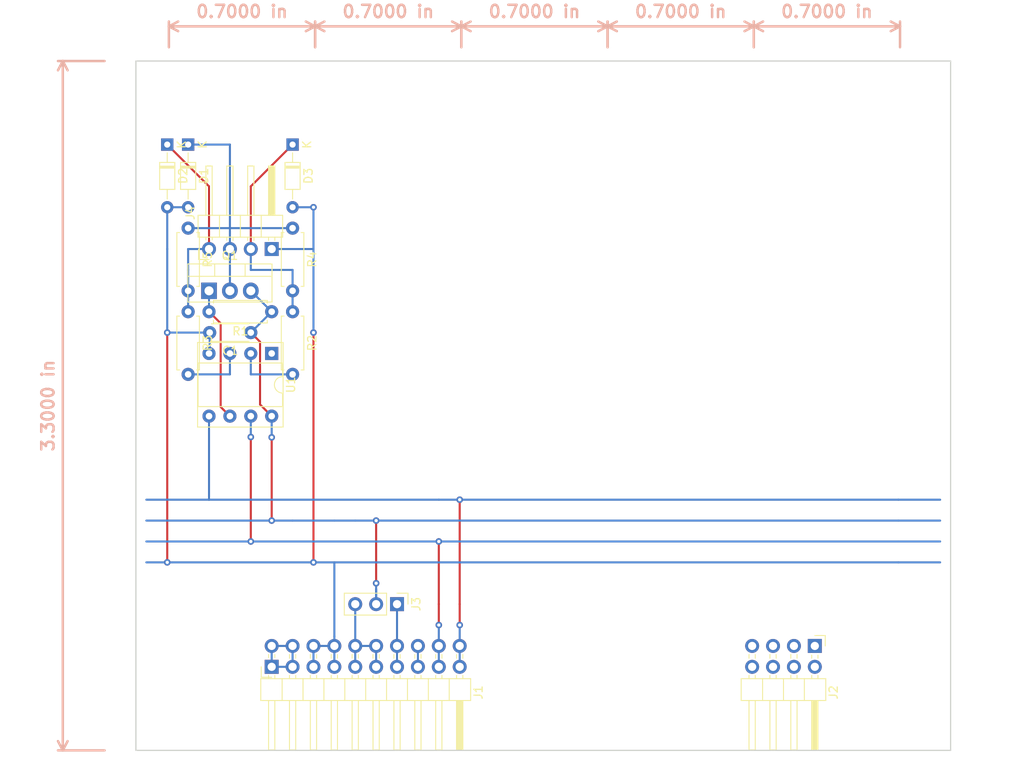
<source format=kicad_pcb>
(kicad_pcb (version 20171130) (host pcbnew 5.0.2+dfsg1-1)

  (general
    (thickness 1.6)
    (drawings 18)
    (tracks 127)
    (zones 0)
    (modules 15)
    (nets 24)
  )

  (page A4)
  (title_block
    (title "Root Hub Card")
    (date 2020-05-15)
    (company "Gundolf Kiefer")
  )

  (layers
    (0 F.Cu signal)
    (31 B.Cu signal)
    (32 B.Adhes user)
    (33 F.Adhes user)
    (34 B.Paste user)
    (35 F.Paste user)
    (36 B.SilkS user)
    (37 F.SilkS user)
    (38 B.Mask user)
    (39 F.Mask user)
    (40 Dwgs.User user)
    (41 Cmts.User user)
    (42 Eco1.User user)
    (43 Eco2.User user)
    (44 Edge.Cuts user)
    (45 Margin user)
    (46 B.CrtYd user)
    (47 F.CrtYd user)
    (48 B.Fab user)
    (49 F.Fab user)
  )

  (setup
    (last_trace_width 0.25)
    (trace_clearance 0.2)
    (zone_clearance 0.508)
    (zone_45_only no)
    (trace_min 0.2)
    (segment_width 0.2)
    (edge_width 0.15)
    (via_size 0.8)
    (via_drill 0.4)
    (via_min_size 0.4)
    (via_min_drill 0.3)
    (uvia_size 0.3)
    (uvia_drill 0.1)
    (uvias_allowed no)
    (uvia_min_size 0.2)
    (uvia_min_drill 0.1)
    (pcb_text_width 0.3)
    (pcb_text_size 1.5 1.5)
    (mod_edge_width 0.15)
    (mod_text_size 1 1)
    (mod_text_width 0.15)
    (pad_size 1.524 1.524)
    (pad_drill 0.762)
    (pad_to_mask_clearance 0.051)
    (solder_mask_min_width 0.25)
    (aux_axis_origin 0 0)
    (visible_elements 7FFBFFFF)
    (pcbplotparams
      (layerselection 0x010fc_ffffffff)
      (usegerberextensions false)
      (usegerberattributes false)
      (usegerberadvancedattributes false)
      (creategerberjobfile false)
      (excludeedgelayer true)
      (linewidth 0.100000)
      (plotframeref false)
      (viasonmask false)
      (mode 1)
      (useauxorigin false)
      (hpglpennumber 1)
      (hpglpenspeed 20)
      (hpglpendiameter 15.000000)
      (psnegative false)
      (psa4output false)
      (plotreference true)
      (plotvalue true)
      (plotinvisibletext false)
      (padsonsilk false)
      (subtractmaskfromsilk false)
      (outputformat 1)
      (mirror false)
      (drillshape 1)
      (scaleselection 1)
      (outputdirectory ""))
  )

  (net 0 "")
  (net 1 +5V)
  (net 2 /twi_ma_scl)
  (net 3 /twi_ma_sda)
  (net 4 /SCL)
  (net 5 /SDA)
  (net 6 GND)
  (net 7 +12V)
  (net 8 "Net-(J1-Pad10)")
  (net 9 "Net-(J1-Pad13)")
  (net 10 "Net-(J1-Pad15)")
  (net 11 "Net-(J2-Pad1)")
  (net 12 "Net-(J2-Pad2)")
  (net 13 "Net-(J2-Pad3)")
  (net 14 "Net-(J2-Pad4)")
  (net 15 "Net-(J2-Pad5)")
  (net 16 "Net-(J2-Pad6)")
  (net 17 "Net-(J2-Pad7)")
  (net 18 "Net-(J2-Pad8)")
  (net 19 "Net-(U1-Pad1)")
  (net 20 /gpio0)
  (net 21 "Net-(D2-Pad1)")
  (net 22 "Net-(D1-Pad1)")
  (net 23 "Net-(D3-Pad1)")

  (net_class Default "This is the default net class."
    (clearance 0.2)
    (trace_width 0.25)
    (via_dia 0.8)
    (via_drill 0.4)
    (uvia_dia 0.3)
    (uvia_drill 0.1)
    (add_net +12V)
    (add_net +5V)
    (add_net /SCL)
    (add_net /SDA)
    (add_net /gpio0)
    (add_net /twi_ma_scl)
    (add_net /twi_ma_sda)
    (add_net GND)
    (add_net "Net-(D1-Pad1)")
    (add_net "Net-(D2-Pad1)")
    (add_net "Net-(D3-Pad1)")
    (add_net "Net-(J1-Pad10)")
    (add_net "Net-(J1-Pad13)")
    (add_net "Net-(J1-Pad15)")
    (add_net "Net-(J2-Pad1)")
    (add_net "Net-(J2-Pad2)")
    (add_net "Net-(J2-Pad3)")
    (add_net "Net-(J2-Pad4)")
    (add_net "Net-(J2-Pad5)")
    (add_net "Net-(J2-Pad6)")
    (add_net "Net-(J2-Pad7)")
    (add_net "Net-(J2-Pad8)")
    (add_net "Net-(U1-Pad1)")
  )

  (module Diode_THT:D_DO-34_SOD68_P7.62mm_Horizontal (layer F.Cu) (tedit 5AE50CD5) (tstamp 5ECAFED7)
    (at 58.42 104.14 270)
    (descr "Diode, DO-34_SOD68 series, Axial, Horizontal, pin pitch=7.62mm, , length*diameter=3.04*1.6mm^2, , https://www.nxp.com/docs/en/data-sheet/KTY83_SER.pdf")
    (tags "Diode DO-34_SOD68 series Axial Horizontal pin pitch 7.62mm  length 3.04mm diameter 1.6mm")
    (path /5EBEA555)
    (fp_text reference D3 (at 3.81 -1.92 270) (layer F.SilkS)
      (effects (font (size 1 1) (thickness 0.15)))
    )
    (fp_text value 6,8V (at 3.81 1.92 270) (layer F.Fab)
      (effects (font (size 1 1) (thickness 0.15)))
    )
    (fp_line (start 2.29 -0.8) (end 2.29 0.8) (layer F.Fab) (width 0.1))
    (fp_line (start 2.29 0.8) (end 5.33 0.8) (layer F.Fab) (width 0.1))
    (fp_line (start 5.33 0.8) (end 5.33 -0.8) (layer F.Fab) (width 0.1))
    (fp_line (start 5.33 -0.8) (end 2.29 -0.8) (layer F.Fab) (width 0.1))
    (fp_line (start 0 0) (end 2.29 0) (layer F.Fab) (width 0.1))
    (fp_line (start 7.62 0) (end 5.33 0) (layer F.Fab) (width 0.1))
    (fp_line (start 2.746 -0.8) (end 2.746 0.8) (layer F.Fab) (width 0.1))
    (fp_line (start 2.846 -0.8) (end 2.846 0.8) (layer F.Fab) (width 0.1))
    (fp_line (start 2.646 -0.8) (end 2.646 0.8) (layer F.Fab) (width 0.1))
    (fp_line (start 2.17 -0.92) (end 2.17 0.92) (layer F.SilkS) (width 0.12))
    (fp_line (start 2.17 0.92) (end 5.45 0.92) (layer F.SilkS) (width 0.12))
    (fp_line (start 5.45 0.92) (end 5.45 -0.92) (layer F.SilkS) (width 0.12))
    (fp_line (start 5.45 -0.92) (end 2.17 -0.92) (layer F.SilkS) (width 0.12))
    (fp_line (start 0.99 0) (end 2.17 0) (layer F.SilkS) (width 0.12))
    (fp_line (start 6.63 0) (end 5.45 0) (layer F.SilkS) (width 0.12))
    (fp_line (start 2.746 -0.92) (end 2.746 0.92) (layer F.SilkS) (width 0.12))
    (fp_line (start 2.866 -0.92) (end 2.866 0.92) (layer F.SilkS) (width 0.12))
    (fp_line (start 2.626 -0.92) (end 2.626 0.92) (layer F.SilkS) (width 0.12))
    (fp_line (start -1 -1.05) (end -1 1.05) (layer F.CrtYd) (width 0.05))
    (fp_line (start -1 1.05) (end 8.63 1.05) (layer F.CrtYd) (width 0.05))
    (fp_line (start 8.63 1.05) (end 8.63 -1.05) (layer F.CrtYd) (width 0.05))
    (fp_line (start 8.63 -1.05) (end -1 -1.05) (layer F.CrtYd) (width 0.05))
    (fp_text user %R (at 4.038 0 270) (layer F.Fab)
      (effects (font (size 0.608 0.608) (thickness 0.0912)))
    )
    (fp_text user K (at 0 -1.75 270) (layer F.Fab)
      (effects (font (size 1 1) (thickness 0.15)))
    )
    (fp_text user K (at 0 -1.75 270) (layer F.SilkS)
      (effects (font (size 1 1) (thickness 0.15)))
    )
    (pad 1 thru_hole rect (at 0 0 270) (size 1.5 1.5) (drill 0.75) (layers *.Cu *.Mask)
      (net 23 "Net-(D3-Pad1)"))
    (pad 2 thru_hole oval (at 7.62 0 270) (size 1.5 1.5) (drill 0.75) (layers *.Cu *.Mask)
      (net 6 GND))
    (model ${KISYS3DMOD}/Diode_THT.3dshapes/D_DO-34_SOD68_P7.62mm_Horizontal.wrl
      (at (xyz 0 0 0))
      (scale (xyz 1 1 1))
      (rotate (xyz 0 0 0))
    )
  )

  (module Diode_THT:D_DO-34_SOD68_P7.62mm_Horizontal (layer F.Cu) (tedit 5AE50CD5) (tstamp 5ECAFEB8)
    (at 43.18 104.14 270)
    (descr "Diode, DO-34_SOD68 series, Axial, Horizontal, pin pitch=7.62mm, , length*diameter=3.04*1.6mm^2, , https://www.nxp.com/docs/en/data-sheet/KTY83_SER.pdf")
    (tags "Diode DO-34_SOD68 series Axial Horizontal pin pitch 7.62mm  length 3.04mm diameter 1.6mm")
    (path /5EBE9D31)
    (fp_text reference D2 (at 3.81 -1.92 270) (layer F.SilkS)
      (effects (font (size 1 1) (thickness 0.15)))
    )
    (fp_text value 6,8V (at 3.81 1.92 270) (layer F.Fab)
      (effects (font (size 1 1) (thickness 0.15)))
    )
    (fp_line (start 2.29 -0.8) (end 2.29 0.8) (layer F.Fab) (width 0.1))
    (fp_line (start 2.29 0.8) (end 5.33 0.8) (layer F.Fab) (width 0.1))
    (fp_line (start 5.33 0.8) (end 5.33 -0.8) (layer F.Fab) (width 0.1))
    (fp_line (start 5.33 -0.8) (end 2.29 -0.8) (layer F.Fab) (width 0.1))
    (fp_line (start 0 0) (end 2.29 0) (layer F.Fab) (width 0.1))
    (fp_line (start 7.62 0) (end 5.33 0) (layer F.Fab) (width 0.1))
    (fp_line (start 2.746 -0.8) (end 2.746 0.8) (layer F.Fab) (width 0.1))
    (fp_line (start 2.846 -0.8) (end 2.846 0.8) (layer F.Fab) (width 0.1))
    (fp_line (start 2.646 -0.8) (end 2.646 0.8) (layer F.Fab) (width 0.1))
    (fp_line (start 2.17 -0.92) (end 2.17 0.92) (layer F.SilkS) (width 0.12))
    (fp_line (start 2.17 0.92) (end 5.45 0.92) (layer F.SilkS) (width 0.12))
    (fp_line (start 5.45 0.92) (end 5.45 -0.92) (layer F.SilkS) (width 0.12))
    (fp_line (start 5.45 -0.92) (end 2.17 -0.92) (layer F.SilkS) (width 0.12))
    (fp_line (start 0.99 0) (end 2.17 0) (layer F.SilkS) (width 0.12))
    (fp_line (start 6.63 0) (end 5.45 0) (layer F.SilkS) (width 0.12))
    (fp_line (start 2.746 -0.92) (end 2.746 0.92) (layer F.SilkS) (width 0.12))
    (fp_line (start 2.866 -0.92) (end 2.866 0.92) (layer F.SilkS) (width 0.12))
    (fp_line (start 2.626 -0.92) (end 2.626 0.92) (layer F.SilkS) (width 0.12))
    (fp_line (start -1 -1.05) (end -1 1.05) (layer F.CrtYd) (width 0.05))
    (fp_line (start -1 1.05) (end 8.63 1.05) (layer F.CrtYd) (width 0.05))
    (fp_line (start 8.63 1.05) (end 8.63 -1.05) (layer F.CrtYd) (width 0.05))
    (fp_line (start 8.63 -1.05) (end -1 -1.05) (layer F.CrtYd) (width 0.05))
    (fp_text user %R (at 4.038 0 270) (layer F.Fab)
      (effects (font (size 0.608 0.608) (thickness 0.0912)))
    )
    (fp_text user K (at 0 -1.75 270) (layer F.Fab)
      (effects (font (size 1 1) (thickness 0.15)))
    )
    (fp_text user K (at 0 -1.75 270) (layer F.SilkS)
      (effects (font (size 1 1) (thickness 0.15)))
    )
    (pad 1 thru_hole rect (at 0 0 270) (size 1.5 1.5) (drill 0.75) (layers *.Cu *.Mask)
      (net 21 "Net-(D2-Pad1)"))
    (pad 2 thru_hole oval (at 7.62 0 270) (size 1.5 1.5) (drill 0.75) (layers *.Cu *.Mask)
      (net 6 GND))
    (model ${KISYS3DMOD}/Diode_THT.3dshapes/D_DO-34_SOD68_P7.62mm_Horizontal.wrl
      (at (xyz 0 0 0))
      (scale (xyz 1 1 1))
      (rotate (xyz 0 0 0))
    )
  )

  (module Diode_THT:D_DO-34_SOD68_P7.62mm_Horizontal (layer F.Cu) (tedit 5AE50CD5) (tstamp 5ECAFE99)
    (at 45.72 104.14 270)
    (descr "Diode, DO-34_SOD68 series, Axial, Horizontal, pin pitch=7.62mm, , length*diameter=3.04*1.6mm^2, , https://www.nxp.com/docs/en/data-sheet/KTY83_SER.pdf")
    (tags "Diode DO-34_SOD68 series Axial Horizontal pin pitch 7.62mm  length 3.04mm diameter 1.6mm")
    (path /5EBE8A75)
    (fp_text reference D1 (at 3.81 -1.92 270) (layer F.SilkS)
      (effects (font (size 1 1) (thickness 0.15)))
    )
    (fp_text value 6,8V (at 3.81 1.92 270) (layer F.Fab)
      (effects (font (size 1 1) (thickness 0.15)))
    )
    (fp_line (start 2.29 -0.8) (end 2.29 0.8) (layer F.Fab) (width 0.1))
    (fp_line (start 2.29 0.8) (end 5.33 0.8) (layer F.Fab) (width 0.1))
    (fp_line (start 5.33 0.8) (end 5.33 -0.8) (layer F.Fab) (width 0.1))
    (fp_line (start 5.33 -0.8) (end 2.29 -0.8) (layer F.Fab) (width 0.1))
    (fp_line (start 0 0) (end 2.29 0) (layer F.Fab) (width 0.1))
    (fp_line (start 7.62 0) (end 5.33 0) (layer F.Fab) (width 0.1))
    (fp_line (start 2.746 -0.8) (end 2.746 0.8) (layer F.Fab) (width 0.1))
    (fp_line (start 2.846 -0.8) (end 2.846 0.8) (layer F.Fab) (width 0.1))
    (fp_line (start 2.646 -0.8) (end 2.646 0.8) (layer F.Fab) (width 0.1))
    (fp_line (start 2.17 -0.92) (end 2.17 0.92) (layer F.SilkS) (width 0.12))
    (fp_line (start 2.17 0.92) (end 5.45 0.92) (layer F.SilkS) (width 0.12))
    (fp_line (start 5.45 0.92) (end 5.45 -0.92) (layer F.SilkS) (width 0.12))
    (fp_line (start 5.45 -0.92) (end 2.17 -0.92) (layer F.SilkS) (width 0.12))
    (fp_line (start 0.99 0) (end 2.17 0) (layer F.SilkS) (width 0.12))
    (fp_line (start 6.63 0) (end 5.45 0) (layer F.SilkS) (width 0.12))
    (fp_line (start 2.746 -0.92) (end 2.746 0.92) (layer F.SilkS) (width 0.12))
    (fp_line (start 2.866 -0.92) (end 2.866 0.92) (layer F.SilkS) (width 0.12))
    (fp_line (start 2.626 -0.92) (end 2.626 0.92) (layer F.SilkS) (width 0.12))
    (fp_line (start -1 -1.05) (end -1 1.05) (layer F.CrtYd) (width 0.05))
    (fp_line (start -1 1.05) (end 8.63 1.05) (layer F.CrtYd) (width 0.05))
    (fp_line (start 8.63 1.05) (end 8.63 -1.05) (layer F.CrtYd) (width 0.05))
    (fp_line (start 8.63 -1.05) (end -1 -1.05) (layer F.CrtYd) (width 0.05))
    (fp_text user %R (at 4.038 0 270) (layer F.Fab)
      (effects (font (size 0.608 0.608) (thickness 0.0912)))
    )
    (fp_text user K (at 0 -1.75 270) (layer F.Fab)
      (effects (font (size 1 1) (thickness 0.15)))
    )
    (fp_text user K (at 0 -1.75 270) (layer F.SilkS)
      (effects (font (size 1 1) (thickness 0.15)))
    )
    (pad 1 thru_hole rect (at 0 0 270) (size 1.5 1.5) (drill 0.75) (layers *.Cu *.Mask)
      (net 22 "Net-(D1-Pad1)"))
    (pad 2 thru_hole oval (at 7.62 0 270) (size 1.5 1.5) (drill 0.75) (layers *.Cu *.Mask)
      (net 6 GND))
    (model ${KISYS3DMOD}/Diode_THT.3dshapes/D_DO-34_SOD68_P7.62mm_Horizontal.wrl
      (at (xyz 0 0 0))
      (scale (xyz 1 1 1))
      (rotate (xyz 0 0 0))
    )
  )

  (module Package_DIP:DIP-8_W7.62mm_Socket (layer F.Cu) (tedit 5A02E8C5) (tstamp 5D379EAD)
    (at 55.88 129.54 270)
    (descr "8-lead though-hole mounted DIP package, row spacing 7.62 mm (300 mils), Socket")
    (tags "THT DIP DIL PDIP 2.54mm 7.62mm 300mil Socket")
    (path /5D2A7E84)
    (fp_text reference U1 (at 3.81 -2.33 270) (layer F.SilkS)
      (effects (font (size 1 1) (thickness 0.15)))
    )
    (fp_text value ATtiny85V-10PU (at 3.81 9.95 270) (layer F.Fab)
      (effects (font (size 1 1) (thickness 0.15)))
    )
    (fp_text user %R (at 3.81 3.81 270) (layer F.Fab)
      (effects (font (size 1 1) (thickness 0.15)))
    )
    (fp_line (start 9.15 -1.6) (end -1.55 -1.6) (layer F.CrtYd) (width 0.05))
    (fp_line (start 9.15 9.2) (end 9.15 -1.6) (layer F.CrtYd) (width 0.05))
    (fp_line (start -1.55 9.2) (end 9.15 9.2) (layer F.CrtYd) (width 0.05))
    (fp_line (start -1.55 -1.6) (end -1.55 9.2) (layer F.CrtYd) (width 0.05))
    (fp_line (start 8.95 -1.39) (end -1.33 -1.39) (layer F.SilkS) (width 0.12))
    (fp_line (start 8.95 9.01) (end 8.95 -1.39) (layer F.SilkS) (width 0.12))
    (fp_line (start -1.33 9.01) (end 8.95 9.01) (layer F.SilkS) (width 0.12))
    (fp_line (start -1.33 -1.39) (end -1.33 9.01) (layer F.SilkS) (width 0.12))
    (fp_line (start 6.46 -1.33) (end 4.81 -1.33) (layer F.SilkS) (width 0.12))
    (fp_line (start 6.46 8.95) (end 6.46 -1.33) (layer F.SilkS) (width 0.12))
    (fp_line (start 1.16 8.95) (end 6.46 8.95) (layer F.SilkS) (width 0.12))
    (fp_line (start 1.16 -1.33) (end 1.16 8.95) (layer F.SilkS) (width 0.12))
    (fp_line (start 2.81 -1.33) (end 1.16 -1.33) (layer F.SilkS) (width 0.12))
    (fp_line (start 8.89 -1.33) (end -1.27 -1.33) (layer F.Fab) (width 0.1))
    (fp_line (start 8.89 8.95) (end 8.89 -1.33) (layer F.Fab) (width 0.1))
    (fp_line (start -1.27 8.95) (end 8.89 8.95) (layer F.Fab) (width 0.1))
    (fp_line (start -1.27 -1.33) (end -1.27 8.95) (layer F.Fab) (width 0.1))
    (fp_line (start 0.635 -0.27) (end 1.635 -1.27) (layer F.Fab) (width 0.1))
    (fp_line (start 0.635 8.89) (end 0.635 -0.27) (layer F.Fab) (width 0.1))
    (fp_line (start 6.985 8.89) (end 0.635 8.89) (layer F.Fab) (width 0.1))
    (fp_line (start 6.985 -1.27) (end 6.985 8.89) (layer F.Fab) (width 0.1))
    (fp_line (start 1.635 -1.27) (end 6.985 -1.27) (layer F.Fab) (width 0.1))
    (fp_arc (start 3.81 -1.33) (end 2.81 -1.33) (angle -180) (layer F.SilkS) (width 0.12))
    (pad 8 thru_hole oval (at 7.62 0 270) (size 1.6 1.6) (drill 0.8) (layers *.Cu *.Mask)
      (net 1 +5V))
    (pad 4 thru_hole oval (at 0 7.62 270) (size 1.6 1.6) (drill 0.8) (layers *.Cu *.Mask)
      (net 6 GND))
    (pad 7 thru_hole oval (at 7.62 2.54 270) (size 1.6 1.6) (drill 0.8) (layers *.Cu *.Mask)
      (net 4 /SCL))
    (pad 3 thru_hole oval (at 0 5.08 270) (size 1.6 1.6) (drill 0.8) (layers *.Cu *.Mask)
      (net 3 /twi_ma_sda))
    (pad 6 thru_hole oval (at 7.62 5.08 270) (size 1.6 1.6) (drill 0.8) (layers *.Cu *.Mask)
      (net 20 /gpio0))
    (pad 2 thru_hole oval (at 0 2.54 270) (size 1.6 1.6) (drill 0.8) (layers *.Cu *.Mask)
      (net 2 /twi_ma_scl))
    (pad 5 thru_hole oval (at 7.62 7.62 270) (size 1.6 1.6) (drill 0.8) (layers *.Cu *.Mask)
      (net 5 /SDA))
    (pad 1 thru_hole rect (at 0 0 270) (size 1.6 1.6) (drill 0.8) (layers *.Cu *.Mask)
      (net 19 "Net-(U1-Pad1)"))
    (model ${KISYS3DMOD}/Package_DIP.3dshapes/DIP-8_W7.62mm_Socket.wrl
      (at (xyz 0 0 0))
      (scale (xyz 1 1 1))
      (rotate (xyz 0 0 0))
    )
  )

  (module Resistor_THT:R_Axial_DIN0207_L6.3mm_D2.5mm_P7.62mm_Horizontal (layer F.Cu) (tedit 5AE5139B) (tstamp 5D506D4B)
    (at 45.72 114.3 270)
    (descr "Resistor, Axial_DIN0207 series, Axial, Horizontal, pin pitch=7.62mm, 0.25W = 1/4W, length*diameter=6.3*2.5mm^2, http://cdn-reichelt.de/documents/datenblatt/B400/1_4W%23YAG.pdf")
    (tags "Resistor Axial_DIN0207 series Axial Horizontal pin pitch 7.62mm 0.25W = 1/4W length 6.3mm diameter 2.5mm")
    (path /5D2B57DB)
    (fp_text reference R5 (at 3.81 -2.37 270) (layer F.SilkS)
      (effects (font (size 1 1) (thickness 0.15)))
    )
    (fp_text value 1k (at 3.81 2.37 270) (layer F.Fab)
      (effects (font (size 1 1) (thickness 0.15)))
    )
    (fp_line (start 0.66 -1.25) (end 0.66 1.25) (layer F.Fab) (width 0.1))
    (fp_line (start 0.66 1.25) (end 6.96 1.25) (layer F.Fab) (width 0.1))
    (fp_line (start 6.96 1.25) (end 6.96 -1.25) (layer F.Fab) (width 0.1))
    (fp_line (start 6.96 -1.25) (end 0.66 -1.25) (layer F.Fab) (width 0.1))
    (fp_line (start 0 0) (end 0.66 0) (layer F.Fab) (width 0.1))
    (fp_line (start 7.62 0) (end 6.96 0) (layer F.Fab) (width 0.1))
    (fp_line (start 0.54 -1.04) (end 0.54 -1.37) (layer F.SilkS) (width 0.12))
    (fp_line (start 0.54 -1.37) (end 7.08 -1.37) (layer F.SilkS) (width 0.12))
    (fp_line (start 7.08 -1.37) (end 7.08 -1.04) (layer F.SilkS) (width 0.12))
    (fp_line (start 0.54 1.04) (end 0.54 1.37) (layer F.SilkS) (width 0.12))
    (fp_line (start 0.54 1.37) (end 7.08 1.37) (layer F.SilkS) (width 0.12))
    (fp_line (start 7.08 1.37) (end 7.08 1.04) (layer F.SilkS) (width 0.12))
    (fp_line (start -1.05 -1.5) (end -1.05 1.5) (layer F.CrtYd) (width 0.05))
    (fp_line (start -1.05 1.5) (end 8.67 1.5) (layer F.CrtYd) (width 0.05))
    (fp_line (start 8.67 1.5) (end 8.67 -1.5) (layer F.CrtYd) (width 0.05))
    (fp_line (start 8.67 -1.5) (end -1.05 -1.5) (layer F.CrtYd) (width 0.05))
    (fp_text user %R (at 3.81 0 270) (layer F.Fab)
      (effects (font (size 1 1) (thickness 0.15)))
    )
    (pad 1 thru_hole circle (at 0 0 270) (size 1.6 1.6) (drill 0.8) (layers *.Cu *.Mask)
      (net 22 "Net-(D1-Pad1)"))
    (pad 2 thru_hole oval (at 7.62 0 270) (size 1.6 1.6) (drill 0.8) (layers *.Cu *.Mask)
      (net 21 "Net-(D2-Pad1)"))
    (model ${KISYS3DMOD}/Resistor_THT.3dshapes/R_Axial_DIN0207_L6.3mm_D2.5mm_P7.62mm_Horizontal.wrl
      (at (xyz 0 0 0))
      (scale (xyz 1 1 1))
      (rotate (xyz 0 0 0))
    )
  )

  (module Resistor_THT:R_Axial_DIN0207_L6.3mm_D2.5mm_P7.62mm_Horizontal (layer F.Cu) (tedit 5AE5139B) (tstamp 5D506D35)
    (at 58.42 114.3 270)
    (descr "Resistor, Axial_DIN0207 series, Axial, Horizontal, pin pitch=7.62mm, 0.25W = 1/4W, length*diameter=6.3*2.5mm^2, http://cdn-reichelt.de/documents/datenblatt/B400/1_4W%23YAG.pdf")
    (tags "Resistor Axial_DIN0207 series Axial Horizontal pin pitch 7.62mm 0.25W = 1/4W length 6.3mm diameter 2.5mm")
    (path /5D2B589C)
    (fp_text reference R4 (at 3.81 -2.37 270) (layer F.SilkS)
      (effects (font (size 1 1) (thickness 0.15)))
    )
    (fp_text value 1k (at 3.81 2.37 270) (layer F.Fab)
      (effects (font (size 1 1) (thickness 0.15)))
    )
    (fp_text user %R (at 3.81 0 270) (layer F.Fab)
      (effects (font (size 1 1) (thickness 0.15)))
    )
    (fp_line (start 8.67 -1.5) (end -1.05 -1.5) (layer F.CrtYd) (width 0.05))
    (fp_line (start 8.67 1.5) (end 8.67 -1.5) (layer F.CrtYd) (width 0.05))
    (fp_line (start -1.05 1.5) (end 8.67 1.5) (layer F.CrtYd) (width 0.05))
    (fp_line (start -1.05 -1.5) (end -1.05 1.5) (layer F.CrtYd) (width 0.05))
    (fp_line (start 7.08 1.37) (end 7.08 1.04) (layer F.SilkS) (width 0.12))
    (fp_line (start 0.54 1.37) (end 7.08 1.37) (layer F.SilkS) (width 0.12))
    (fp_line (start 0.54 1.04) (end 0.54 1.37) (layer F.SilkS) (width 0.12))
    (fp_line (start 7.08 -1.37) (end 7.08 -1.04) (layer F.SilkS) (width 0.12))
    (fp_line (start 0.54 -1.37) (end 7.08 -1.37) (layer F.SilkS) (width 0.12))
    (fp_line (start 0.54 -1.04) (end 0.54 -1.37) (layer F.SilkS) (width 0.12))
    (fp_line (start 7.62 0) (end 6.96 0) (layer F.Fab) (width 0.1))
    (fp_line (start 0 0) (end 0.66 0) (layer F.Fab) (width 0.1))
    (fp_line (start 6.96 -1.25) (end 0.66 -1.25) (layer F.Fab) (width 0.1))
    (fp_line (start 6.96 1.25) (end 6.96 -1.25) (layer F.Fab) (width 0.1))
    (fp_line (start 0.66 1.25) (end 6.96 1.25) (layer F.Fab) (width 0.1))
    (fp_line (start 0.66 -1.25) (end 0.66 1.25) (layer F.Fab) (width 0.1))
    (pad 2 thru_hole oval (at 7.62 0 270) (size 1.6 1.6) (drill 0.8) (layers *.Cu *.Mask)
      (net 23 "Net-(D3-Pad1)"))
    (pad 1 thru_hole circle (at 0 0 270) (size 1.6 1.6) (drill 0.8) (layers *.Cu *.Mask)
      (net 22 "Net-(D1-Pad1)"))
    (model ${KISYS3DMOD}/Resistor_THT.3dshapes/R_Axial_DIN0207_L6.3mm_D2.5mm_P7.62mm_Horizontal.wrl
      (at (xyz 0 0 0))
      (scale (xyz 1 1 1))
      (rotate (xyz 0 0 0))
    )
  )

  (module Resistor_THT:R_Axial_DIN0207_L6.3mm_D2.5mm_P7.62mm_Horizontal (layer F.Cu) (tedit 5AE5139B) (tstamp 5D506D1F)
    (at 45.72 124.46 270)
    (descr "Resistor, Axial_DIN0207 series, Axial, Horizontal, pin pitch=7.62mm, 0.25W = 1/4W, length*diameter=6.3*2.5mm^2, http://cdn-reichelt.de/documents/datenblatt/B400/1_4W%23YAG.pdf")
    (tags "Resistor Axial_DIN0207 series Axial Horizontal pin pitch 7.62mm 0.25W = 1/4W length 6.3mm diameter 2.5mm")
    (path /5D2B50A9)
    (fp_text reference R3 (at 3.81 -2.37 270) (layer F.SilkS)
      (effects (font (size 1 1) (thickness 0.15)))
    )
    (fp_text value 100 (at 3.81 2.37 270) (layer F.Fab)
      (effects (font (size 1 1) (thickness 0.15)))
    )
    (fp_line (start 0.66 -1.25) (end 0.66 1.25) (layer F.Fab) (width 0.1))
    (fp_line (start 0.66 1.25) (end 6.96 1.25) (layer F.Fab) (width 0.1))
    (fp_line (start 6.96 1.25) (end 6.96 -1.25) (layer F.Fab) (width 0.1))
    (fp_line (start 6.96 -1.25) (end 0.66 -1.25) (layer F.Fab) (width 0.1))
    (fp_line (start 0 0) (end 0.66 0) (layer F.Fab) (width 0.1))
    (fp_line (start 7.62 0) (end 6.96 0) (layer F.Fab) (width 0.1))
    (fp_line (start 0.54 -1.04) (end 0.54 -1.37) (layer F.SilkS) (width 0.12))
    (fp_line (start 0.54 -1.37) (end 7.08 -1.37) (layer F.SilkS) (width 0.12))
    (fp_line (start 7.08 -1.37) (end 7.08 -1.04) (layer F.SilkS) (width 0.12))
    (fp_line (start 0.54 1.04) (end 0.54 1.37) (layer F.SilkS) (width 0.12))
    (fp_line (start 0.54 1.37) (end 7.08 1.37) (layer F.SilkS) (width 0.12))
    (fp_line (start 7.08 1.37) (end 7.08 1.04) (layer F.SilkS) (width 0.12))
    (fp_line (start -1.05 -1.5) (end -1.05 1.5) (layer F.CrtYd) (width 0.05))
    (fp_line (start -1.05 1.5) (end 8.67 1.5) (layer F.CrtYd) (width 0.05))
    (fp_line (start 8.67 1.5) (end 8.67 -1.5) (layer F.CrtYd) (width 0.05))
    (fp_line (start 8.67 -1.5) (end -1.05 -1.5) (layer F.CrtYd) (width 0.05))
    (fp_text user %R (at 3.81 0 270) (layer F.Fab)
      (effects (font (size 1 1) (thickness 0.15)))
    )
    (pad 1 thru_hole circle (at 0 0 270) (size 1.6 1.6) (drill 0.8) (layers *.Cu *.Mask)
      (net 21 "Net-(D2-Pad1)"))
    (pad 2 thru_hole oval (at 7.62 0 270) (size 1.6 1.6) (drill 0.8) (layers *.Cu *.Mask)
      (net 3 /twi_ma_sda))
    (model ${KISYS3DMOD}/Resistor_THT.3dshapes/R_Axial_DIN0207_L6.3mm_D2.5mm_P7.62mm_Horizontal.wrl
      (at (xyz 0 0 0))
      (scale (xyz 1 1 1))
      (rotate (xyz 0 0 0))
    )
  )

  (module Resistor_THT:R_Axial_DIN0207_L6.3mm_D2.5mm_P7.62mm_Horizontal (layer F.Cu) (tedit 5AE5139B) (tstamp 5D506D09)
    (at 58.42 124.46 270)
    (descr "Resistor, Axial_DIN0207 series, Axial, Horizontal, pin pitch=7.62mm, 0.25W = 1/4W, length*diameter=6.3*2.5mm^2, http://cdn-reichelt.de/documents/datenblatt/B400/1_4W%23YAG.pdf")
    (tags "Resistor Axial_DIN0207 series Axial Horizontal pin pitch 7.62mm 0.25W = 1/4W length 6.3mm diameter 2.5mm")
    (path /5D2B4FF4)
    (fp_text reference R2 (at 3.81 -2.37 270) (layer F.SilkS)
      (effects (font (size 1 1) (thickness 0.15)))
    )
    (fp_text value 100 (at 3.81 2.37 270) (layer F.Fab)
      (effects (font (size 1 1) (thickness 0.15)))
    )
    (fp_text user %R (at 3.81 0 270) (layer F.Fab)
      (effects (font (size 1 1) (thickness 0.15)))
    )
    (fp_line (start 8.67 -1.5) (end -1.05 -1.5) (layer F.CrtYd) (width 0.05))
    (fp_line (start 8.67 1.5) (end 8.67 -1.5) (layer F.CrtYd) (width 0.05))
    (fp_line (start -1.05 1.5) (end 8.67 1.5) (layer F.CrtYd) (width 0.05))
    (fp_line (start -1.05 -1.5) (end -1.05 1.5) (layer F.CrtYd) (width 0.05))
    (fp_line (start 7.08 1.37) (end 7.08 1.04) (layer F.SilkS) (width 0.12))
    (fp_line (start 0.54 1.37) (end 7.08 1.37) (layer F.SilkS) (width 0.12))
    (fp_line (start 0.54 1.04) (end 0.54 1.37) (layer F.SilkS) (width 0.12))
    (fp_line (start 7.08 -1.37) (end 7.08 -1.04) (layer F.SilkS) (width 0.12))
    (fp_line (start 0.54 -1.37) (end 7.08 -1.37) (layer F.SilkS) (width 0.12))
    (fp_line (start 0.54 -1.04) (end 0.54 -1.37) (layer F.SilkS) (width 0.12))
    (fp_line (start 7.62 0) (end 6.96 0) (layer F.Fab) (width 0.1))
    (fp_line (start 0 0) (end 0.66 0) (layer F.Fab) (width 0.1))
    (fp_line (start 6.96 -1.25) (end 0.66 -1.25) (layer F.Fab) (width 0.1))
    (fp_line (start 6.96 1.25) (end 6.96 -1.25) (layer F.Fab) (width 0.1))
    (fp_line (start 0.66 1.25) (end 6.96 1.25) (layer F.Fab) (width 0.1))
    (fp_line (start 0.66 -1.25) (end 0.66 1.25) (layer F.Fab) (width 0.1))
    (pad 2 thru_hole oval (at 7.62 0 270) (size 1.6 1.6) (drill 0.8) (layers *.Cu *.Mask)
      (net 2 /twi_ma_scl))
    (pad 1 thru_hole circle (at 0 0 270) (size 1.6 1.6) (drill 0.8) (layers *.Cu *.Mask)
      (net 23 "Net-(D3-Pad1)"))
    (model ${KISYS3DMOD}/Resistor_THT.3dshapes/R_Axial_DIN0207_L6.3mm_D2.5mm_P7.62mm_Horizontal.wrl
      (at (xyz 0 0 0))
      (scale (xyz 1 1 1))
      (rotate (xyz 0 0 0))
    )
  )

  (module Resistor_THT:R_Axial_DIN0207_L6.3mm_D2.5mm_P7.62mm_Horizontal (layer F.Cu) (tedit 5AE5139B) (tstamp 5D506CF3)
    (at 55.88 124.46 180)
    (descr "Resistor, Axial_DIN0207 series, Axial, Horizontal, pin pitch=7.62mm, 0.25W = 1/4W, length*diameter=6.3*2.5mm^2, http://cdn-reichelt.de/documents/datenblatt/B400/1_4W%23YAG.pdf")
    (tags "Resistor Axial_DIN0207 series Axial Horizontal pin pitch 7.62mm 0.25W = 1/4W length 6.3mm diameter 2.5mm")
    (path /5D2B3F19)
    (fp_text reference R1 (at 3.81 -2.37 180) (layer F.SilkS)
      (effects (font (size 1 1) (thickness 0.15)))
    )
    (fp_text value 47k (at 3.81 2.37 180) (layer F.Fab)
      (effects (font (size 1 1) (thickness 0.15)))
    )
    (fp_line (start 0.66 -1.25) (end 0.66 1.25) (layer F.Fab) (width 0.1))
    (fp_line (start 0.66 1.25) (end 6.96 1.25) (layer F.Fab) (width 0.1))
    (fp_line (start 6.96 1.25) (end 6.96 -1.25) (layer F.Fab) (width 0.1))
    (fp_line (start 6.96 -1.25) (end 0.66 -1.25) (layer F.Fab) (width 0.1))
    (fp_line (start 0 0) (end 0.66 0) (layer F.Fab) (width 0.1))
    (fp_line (start 7.62 0) (end 6.96 0) (layer F.Fab) (width 0.1))
    (fp_line (start 0.54 -1.04) (end 0.54 -1.37) (layer F.SilkS) (width 0.12))
    (fp_line (start 0.54 -1.37) (end 7.08 -1.37) (layer F.SilkS) (width 0.12))
    (fp_line (start 7.08 -1.37) (end 7.08 -1.04) (layer F.SilkS) (width 0.12))
    (fp_line (start 0.54 1.04) (end 0.54 1.37) (layer F.SilkS) (width 0.12))
    (fp_line (start 0.54 1.37) (end 7.08 1.37) (layer F.SilkS) (width 0.12))
    (fp_line (start 7.08 1.37) (end 7.08 1.04) (layer F.SilkS) (width 0.12))
    (fp_line (start -1.05 -1.5) (end -1.05 1.5) (layer F.CrtYd) (width 0.05))
    (fp_line (start -1.05 1.5) (end 8.67 1.5) (layer F.CrtYd) (width 0.05))
    (fp_line (start 8.67 1.5) (end 8.67 -1.5) (layer F.CrtYd) (width 0.05))
    (fp_line (start 8.67 -1.5) (end -1.05 -1.5) (layer F.CrtYd) (width 0.05))
    (fp_text user %R (at 3.81 0 180) (layer F.Fab)
      (effects (font (size 1 1) (thickness 0.15)))
    )
    (pad 1 thru_hole circle (at 0 0 180) (size 1.6 1.6) (drill 0.8) (layers *.Cu *.Mask)
      (net 1 +5V))
    (pad 2 thru_hole oval (at 7.62 0 180) (size 1.6 1.6) (drill 0.8) (layers *.Cu *.Mask)
      (net 20 /gpio0))
    (model ${KISYS3DMOD}/Resistor_THT.3dshapes/R_Axial_DIN0207_L6.3mm_D2.5mm_P7.62mm_Horizontal.wrl
      (at (xyz 0 0 0))
      (scale (xyz 1 1 1))
      (rotate (xyz 0 0 0))
    )
  )

  (module Capacitor_THT:C_Disc_D4.3mm_W1.9mm_P5.00mm (layer F.Cu) (tedit 5AE50EF0) (tstamp 5D4EBDA8)
    (at 53.34 127 180)
    (descr "C, Disc series, Radial, pin pitch=5.00mm, , diameter*width=4.3*1.9mm^2, Capacitor, http://www.vishay.com/docs/45233/krseries.pdf")
    (tags "C Disc series Radial pin pitch 5.00mm  diameter 4.3mm width 1.9mm Capacitor")
    (path /5D2B344D)
    (fp_text reference C1 (at 2.5 -2.2 180) (layer F.SilkS)
      (effects (font (size 1 1) (thickness 0.15)))
    )
    (fp_text value 100nF (at 2.5 2.2 180) (layer F.Fab)
      (effects (font (size 1 1) (thickness 0.15)))
    )
    (fp_line (start 0.35 -0.95) (end 0.35 0.95) (layer F.Fab) (width 0.1))
    (fp_line (start 0.35 0.95) (end 4.65 0.95) (layer F.Fab) (width 0.1))
    (fp_line (start 4.65 0.95) (end 4.65 -0.95) (layer F.Fab) (width 0.1))
    (fp_line (start 4.65 -0.95) (end 0.35 -0.95) (layer F.Fab) (width 0.1))
    (fp_line (start 0.23 -1.07) (end 4.77 -1.07) (layer F.SilkS) (width 0.12))
    (fp_line (start 0.23 1.07) (end 4.77 1.07) (layer F.SilkS) (width 0.12))
    (fp_line (start 0.23 -1.07) (end 0.23 -1.055) (layer F.SilkS) (width 0.12))
    (fp_line (start 0.23 1.055) (end 0.23 1.07) (layer F.SilkS) (width 0.12))
    (fp_line (start 4.77 -1.07) (end 4.77 -1.055) (layer F.SilkS) (width 0.12))
    (fp_line (start 4.77 1.055) (end 4.77 1.07) (layer F.SilkS) (width 0.12))
    (fp_line (start -1.05 -1.2) (end -1.05 1.2) (layer F.CrtYd) (width 0.05))
    (fp_line (start -1.05 1.2) (end 6.05 1.2) (layer F.CrtYd) (width 0.05))
    (fp_line (start 6.05 1.2) (end 6.05 -1.2) (layer F.CrtYd) (width 0.05))
    (fp_line (start 6.05 -1.2) (end -1.05 -1.2) (layer F.CrtYd) (width 0.05))
    (fp_text user %R (at 2.5 0 180) (layer F.Fab)
      (effects (font (size 0.86 0.86) (thickness 0.129)))
    )
    (pad 1 thru_hole circle (at 0 0 180) (size 1.6 1.6) (drill 0.8) (layers *.Cu *.Mask)
      (net 1 +5V))
    (pad 2 thru_hole circle (at 5 0 180) (size 1.6 1.6) (drill 0.8) (layers *.Cu *.Mask)
      (net 6 GND))
    (model ${KISYS3DMOD}/Capacitor_THT.3dshapes/C_Disc_D4.3mm_W1.9mm_P5.00mm.wrl
      (at (xyz 0 0 0))
      (scale (xyz 1 1 1))
      (rotate (xyz 0 0 0))
    )
  )

  (module kicad-library:PinHeader_1x04_Home2lBus (layer F.Cu) (tedit 5D2CD9CD) (tstamp 5ECB1451)
    (at 48.26 116.84 90)
    (descr "Through hole angled pin header, 1x04, 2.54mm pitch, 6mm pin length, single row")
    (tags "Through hole angled pin header THT 1x04 2.54mm single row")
    (path /5D2B47CB)
    (fp_text reference J4 (at 4.385 -2.27 90) (layer F.SilkS)
      (effects (font (size 1 1) (thickness 0.15)))
    )
    (fp_text value Conn_01x04_Male (at 1.845 9.89 90) (layer F.Fab)
      (effects (font (size 1 1) (thickness 0.15)))
    )
    (fp_text user %R (at 2.77 3.81 180) (layer F.Fab)
      (effects (font (size 1 1) (thickness 0.15)))
    )
    (fp_line (start 10.55 -1.8) (end -1.8 -1.8) (layer F.CrtYd) (width 0.05))
    (fp_line (start 10.55 9.4) (end 10.55 -1.8) (layer F.CrtYd) (width 0.05))
    (fp_line (start -1.8 9.4) (end 10.55 9.4) (layer F.CrtYd) (width 0.05))
    (fp_line (start -1.8 -1.8) (end -1.8 9.4) (layer F.CrtYd) (width 0.05))
    (fp_line (start -1.27 -1.27) (end 0 -1.27) (layer F.SilkS) (width 0.12))
    (fp_line (start -1.27 0) (end -1.27 -1.27) (layer F.SilkS) (width 0.12))
    (fp_line (start 1.042929 8) (end 1.44 8) (layer F.SilkS) (width 0.12))
    (fp_line (start 1.042929 7.24) (end 1.44 7.24) (layer F.SilkS) (width 0.12))
    (fp_line (start 10.1 5.46) (end 4.1 5.46) (layer F.SilkS) (width 0.12))
    (fp_line (start 10.1 4.7) (end 10.1 5.46) (layer F.SilkS) (width 0.12))
    (fp_line (start 4.1 4.7) (end 10.1 4.7) (layer F.SilkS) (width 0.12))
    (fp_line (start 1.44 6.35) (end 4.1 6.35) (layer F.SilkS) (width 0.12))
    (fp_line (start 1.042929 5.46) (end 1.44 5.46) (layer F.SilkS) (width 0.12))
    (fp_line (start 1.042929 4.7) (end 1.44 4.7) (layer F.SilkS) (width 0.12))
    (fp_line (start 10.1 2.92) (end 4.1 2.92) (layer F.SilkS) (width 0.12))
    (fp_line (start 10.1 2.16) (end 10.1 2.92) (layer F.SilkS) (width 0.12))
    (fp_line (start 4.1 2.16) (end 10.1 2.16) (layer F.SilkS) (width 0.12))
    (fp_line (start 1.44 3.81) (end 4.1 3.81) (layer F.SilkS) (width 0.12))
    (fp_line (start 1.042929 2.92) (end 1.44 2.92) (layer F.SilkS) (width 0.12))
    (fp_line (start 1.042929 2.16) (end 1.44 2.16) (layer F.SilkS) (width 0.12))
    (fp_line (start 10.1 0.38) (end 4.1 0.38) (layer F.SilkS) (width 0.12))
    (fp_line (start 10.1 -0.38) (end 10.1 0.38) (layer F.SilkS) (width 0.12))
    (fp_line (start 4.1 -0.38) (end 10.1 -0.38) (layer F.SilkS) (width 0.12))
    (fp_line (start 1.44 1.27) (end 4.1 1.27) (layer F.SilkS) (width 0.12))
    (fp_line (start 1.11 0.38) (end 1.44 0.38) (layer F.SilkS) (width 0.12))
    (fp_line (start 1.11 -0.38) (end 1.44 -0.38) (layer F.SilkS) (width 0.12))
    (fp_line (start 4.1 7.9) (end 10.1 7.9) (layer F.SilkS) (width 0.12))
    (fp_line (start 4.1 7.78) (end 10.1 7.78) (layer F.SilkS) (width 0.12))
    (fp_line (start 4.1 7.66) (end 10.1 7.66) (layer F.SilkS) (width 0.12))
    (fp_line (start 4.1 7.54) (end 10.1 7.54) (layer F.SilkS) (width 0.12))
    (fp_line (start 4.1 7.42) (end 10.1 7.42) (layer F.SilkS) (width 0.12))
    (fp_line (start 4.1 7.3) (end 10.1 7.3) (layer F.SilkS) (width 0.12))
    (fp_line (start 10.1 8) (end 4.1 8) (layer F.SilkS) (width 0.12))
    (fp_line (start 10.1 7.24) (end 10.1 8) (layer F.SilkS) (width 0.12))
    (fp_line (start 4.1 7.24) (end 10.1 7.24) (layer F.SilkS) (width 0.12))
    (fp_line (start 4.1 -1.33) (end 1.44 -1.33) (layer F.SilkS) (width 0.12))
    (fp_line (start 4.1 8.95) (end 4.1 -1.33) (layer F.SilkS) (width 0.12))
    (fp_line (start 1.44 8.95) (end 4.1 8.95) (layer F.SilkS) (width 0.12))
    (fp_line (start 1.44 -1.33) (end 1.44 8.95) (layer F.SilkS) (width 0.12))
    (fp_line (start 4.04 5.4) (end 10.04 5.4) (layer F.Fab) (width 0.1))
    (fp_line (start 10.04 4.76) (end 10.04 5.4) (layer F.Fab) (width 0.1))
    (fp_line (start 4.04 4.76) (end 10.04 4.76) (layer F.Fab) (width 0.1))
    (fp_line (start -0.32 7.94) (end 1.5 7.94) (layer F.Fab) (width 0.1))
    (fp_line (start -0.32 7.3) (end -0.32 7.94) (layer F.Fab) (width 0.1))
    (fp_line (start -0.32 7.3) (end 1.5 7.3) (layer F.Fab) (width 0.1))
    (fp_line (start 4.04 2.86) (end 10.04 2.86) (layer F.Fab) (width 0.1))
    (fp_line (start 10.04 2.22) (end 10.04 2.86) (layer F.Fab) (width 0.1))
    (fp_line (start 4.04 2.22) (end 10.04 2.22) (layer F.Fab) (width 0.1))
    (fp_line (start -0.32 5.4) (end 1.5 5.4) (layer F.Fab) (width 0.1))
    (fp_line (start -0.32 4.76) (end -0.32 5.4) (layer F.Fab) (width 0.1))
    (fp_line (start -0.32 4.76) (end 1.5 4.76) (layer F.Fab) (width 0.1))
    (fp_line (start 4.04 0.32) (end 10.04 0.32) (layer F.Fab) (width 0.1))
    (fp_line (start 10.04 -0.32) (end 10.04 0.32) (layer F.Fab) (width 0.1))
    (fp_line (start 4.04 -0.32) (end 10.04 -0.32) (layer F.Fab) (width 0.1))
    (fp_line (start -0.32 2.86) (end 1.5 2.86) (layer F.Fab) (width 0.1))
    (fp_line (start -0.32 2.22) (end -0.32 2.86) (layer F.Fab) (width 0.1))
    (fp_line (start -0.32 2.22) (end 1.5 2.22) (layer F.Fab) (width 0.1))
    (fp_line (start 4.04 7.94) (end 10.04 7.94) (layer F.Fab) (width 0.1))
    (fp_line (start 10.04 7.3) (end 10.04 7.94) (layer F.Fab) (width 0.1))
    (fp_line (start 4.04 7.3) (end 10.04 7.3) (layer F.Fab) (width 0.1))
    (fp_line (start -0.32 0.32) (end 1.5 0.32) (layer F.Fab) (width 0.1))
    (fp_line (start -0.32 -0.32) (end -0.32 0.32) (layer F.Fab) (width 0.1))
    (fp_line (start -0.32 -0.32) (end 1.5 -0.32) (layer F.Fab) (width 0.1))
    (fp_line (start 1.5 -0.635) (end 2.135 -1.27) (layer F.Fab) (width 0.1))
    (fp_line (start 1.5 8.89) (end 1.5 -0.635) (layer F.Fab) (width 0.1))
    (fp_line (start 4.04 8.89) (end 1.5 8.89) (layer F.Fab) (width 0.1))
    (fp_line (start 4.04 -1.27) (end 4.04 8.89) (layer F.Fab) (width 0.1))
    (fp_line (start 2.135 -1.27) (end 4.04 -1.27) (layer F.Fab) (width 0.1))
    (pad 4 thru_hole oval (at 0 0 270) (size 1.7 1.7) (drill 1) (layers *.Cu *.Mask)
      (net 21 "Net-(D2-Pad1)"))
    (pad 3 thru_hole oval (at 0 2.54 270) (size 1.7 1.7) (drill 1) (layers *.Cu *.Mask)
      (net 22 "Net-(D1-Pad1)"))
    (pad 2 thru_hole oval (at 0 5.08 270) (size 1.7 1.7) (drill 1) (layers *.Cu *.Mask)
      (net 23 "Net-(D3-Pad1)"))
    (pad 1 thru_hole rect (at 0 7.62 270) (size 1.7 1.7) (drill 1) (layers *.Cu *.Mask)
      (net 6 GND))
    (model ${KISYS3DMOD}/Connector_PinHeader_2.54mm.3dshapes/PinHeader_1x04_P2.54mm_Horizontal.wrl
      (at (xyz 0 0 0))
      (scale (xyz 1 1 1))
      (rotate (xyz 0 0 0))
    )
  )

  (module kicad-library:PinHeader_2x10_P2.54mm_Horizontal_Pins_Reversed (layer F.Cu) (tedit 5D2B1C6D) (tstamp 5D42E1C2)
    (at 78.74 165.1 270)
    (descr "Through hole angled pin header, 2x10, 2.54mm pitch, 6mm pin length, double rows")
    (tags "Through hole angled pin header THT 2x10 2.54mm double row")
    (path /5D2A82FD)
    (fp_text reference J1 (at 5.655 -2.27 270) (layer F.SilkS)
      (effects (font (size 1 1) (thickness 0.15)))
    )
    (fp_text value Conn_02x10_Odd_Even (at 5.655 25.13 270) (layer F.Fab)
      (effects (font (size 1 1) (thickness 0.15)))
    )
    (fp_text user %R (at 5.31 11.43) (layer F.Fab)
      (effects (font (size 1 1) (thickness 0.15)))
    )
    (fp_line (start 13.1 -1.8) (end -1.8 -1.8) (layer F.CrtYd) (width 0.05))
    (fp_line (start 13.1 24.65) (end 13.1 -1.8) (layer F.CrtYd) (width 0.05))
    (fp_line (start -1.8 24.65) (end 13.1 24.65) (layer F.CrtYd) (width 0.05))
    (fp_line (start -1.8 -1.8) (end -1.8 24.65) (layer F.CrtYd) (width 0.05))
    (fp_line (start 3.81 24.13) (end 2.54 24.13) (layer F.SilkS) (width 0.12))
    (fp_line (start 3.81 22.86) (end 3.81 24.13) (layer F.SilkS) (width 0.12))
    (fp_line (start 1.497071 -0.38) (end 1.042929 -0.38) (layer F.SilkS) (width 0.12))
    (fp_line (start 1.497071 0.38) (end 1.042929 0.38) (layer F.SilkS) (width 0.12))
    (fp_line (start 3.582929 23.24) (end 3.98 23.24) (layer F.SilkS) (width 0.12))
    (fp_line (start 3.582929 22.48) (end 3.98 22.48) (layer F.SilkS) (width 0.12))
    (fp_line (start 12.64 23.24) (end 6.64 23.24) (layer F.SilkS) (width 0.12))
    (fp_line (start 12.64 22.48) (end 12.64 23.24) (layer F.SilkS) (width 0.12))
    (fp_line (start 6.64 22.48) (end 12.64 22.48) (layer F.SilkS) (width 0.12))
    (fp_line (start 3.98 21.59) (end 6.64 21.59) (layer F.SilkS) (width 0.12))
    (fp_line (start 1.497071 2.16) (end 1.042929 2.16) (layer F.SilkS) (width 0.12))
    (fp_line (start 1.497071 2.92) (end 1.042929 2.92) (layer F.SilkS) (width 0.12))
    (fp_line (start 3.582929 20.7) (end 3.98 20.7) (layer F.SilkS) (width 0.12))
    (fp_line (start 3.582929 19.94) (end 3.98 19.94) (layer F.SilkS) (width 0.12))
    (fp_line (start 12.64 20.7) (end 6.64 20.7) (layer F.SilkS) (width 0.12))
    (fp_line (start 12.64 19.94) (end 12.64 20.7) (layer F.SilkS) (width 0.12))
    (fp_line (start 6.64 19.94) (end 12.64 19.94) (layer F.SilkS) (width 0.12))
    (fp_line (start 3.98 19.05) (end 6.64 19.05) (layer F.SilkS) (width 0.12))
    (fp_line (start 1.497071 4.7) (end 1.042929 4.7) (layer F.SilkS) (width 0.12))
    (fp_line (start 1.497071 5.46) (end 1.042929 5.46) (layer F.SilkS) (width 0.12))
    (fp_line (start 3.582929 18.16) (end 3.98 18.16) (layer F.SilkS) (width 0.12))
    (fp_line (start 3.582929 17.4) (end 3.98 17.4) (layer F.SilkS) (width 0.12))
    (fp_line (start 12.64 18.16) (end 6.64 18.16) (layer F.SilkS) (width 0.12))
    (fp_line (start 12.64 17.4) (end 12.64 18.16) (layer F.SilkS) (width 0.12))
    (fp_line (start 6.64 17.4) (end 12.64 17.4) (layer F.SilkS) (width 0.12))
    (fp_line (start 3.98 16.51) (end 6.64 16.51) (layer F.SilkS) (width 0.12))
    (fp_line (start 1.497071 7.24) (end 1.042929 7.24) (layer F.SilkS) (width 0.12))
    (fp_line (start 1.497071 8) (end 1.042929 8) (layer F.SilkS) (width 0.12))
    (fp_line (start 3.582929 15.62) (end 3.98 15.62) (layer F.SilkS) (width 0.12))
    (fp_line (start 3.582929 14.86) (end 3.98 14.86) (layer F.SilkS) (width 0.12))
    (fp_line (start 12.64 15.62) (end 6.64 15.62) (layer F.SilkS) (width 0.12))
    (fp_line (start 12.64 14.86) (end 12.64 15.62) (layer F.SilkS) (width 0.12))
    (fp_line (start 6.64 14.86) (end 12.64 14.86) (layer F.SilkS) (width 0.12))
    (fp_line (start 3.98 13.97) (end 6.64 13.97) (layer F.SilkS) (width 0.12))
    (fp_line (start 1.497071 9.78) (end 1.042929 9.78) (layer F.SilkS) (width 0.12))
    (fp_line (start 1.497071 10.54) (end 1.042929 10.54) (layer F.SilkS) (width 0.12))
    (fp_line (start 3.582929 13.08) (end 3.98 13.08) (layer F.SilkS) (width 0.12))
    (fp_line (start 3.582929 12.32) (end 3.98 12.32) (layer F.SilkS) (width 0.12))
    (fp_line (start 12.64 13.08) (end 6.64 13.08) (layer F.SilkS) (width 0.12))
    (fp_line (start 12.64 12.32) (end 12.64 13.08) (layer F.SilkS) (width 0.12))
    (fp_line (start 6.64 12.32) (end 12.64 12.32) (layer F.SilkS) (width 0.12))
    (fp_line (start 3.98 11.43) (end 6.64 11.43) (layer F.SilkS) (width 0.12))
    (fp_line (start 1.497071 12.32) (end 1.042929 12.32) (layer F.SilkS) (width 0.12))
    (fp_line (start 1.497071 13.08) (end 1.042929 13.08) (layer F.SilkS) (width 0.12))
    (fp_line (start 3.582929 10.54) (end 3.98 10.54) (layer F.SilkS) (width 0.12))
    (fp_line (start 3.582929 9.78) (end 3.98 9.78) (layer F.SilkS) (width 0.12))
    (fp_line (start 12.64 10.54) (end 6.64 10.54) (layer F.SilkS) (width 0.12))
    (fp_line (start 12.64 9.78) (end 12.64 10.54) (layer F.SilkS) (width 0.12))
    (fp_line (start 6.64 9.78) (end 12.64 9.78) (layer F.SilkS) (width 0.12))
    (fp_line (start 3.98 8.89) (end 6.64 8.89) (layer F.SilkS) (width 0.12))
    (fp_line (start 1.497071 14.86) (end 1.042929 14.86) (layer F.SilkS) (width 0.12))
    (fp_line (start 1.497071 15.62) (end 1.042929 15.62) (layer F.SilkS) (width 0.12))
    (fp_line (start 3.582929 8) (end 3.98 8) (layer F.SilkS) (width 0.12))
    (fp_line (start 3.582929 7.24) (end 3.98 7.24) (layer F.SilkS) (width 0.12))
    (fp_line (start 12.64 8) (end 6.64 8) (layer F.SilkS) (width 0.12))
    (fp_line (start 12.64 7.24) (end 12.64 8) (layer F.SilkS) (width 0.12))
    (fp_line (start 6.64 7.24) (end 12.64 7.24) (layer F.SilkS) (width 0.12))
    (fp_line (start 3.98 6.35) (end 6.64 6.35) (layer F.SilkS) (width 0.12))
    (fp_line (start 1.497071 17.4) (end 1.042929 17.4) (layer F.SilkS) (width 0.12))
    (fp_line (start 1.497071 18.16) (end 1.042929 18.16) (layer F.SilkS) (width 0.12))
    (fp_line (start 3.582929 5.46) (end 3.98 5.46) (layer F.SilkS) (width 0.12))
    (fp_line (start 3.582929 4.7) (end 3.98 4.7) (layer F.SilkS) (width 0.12))
    (fp_line (start 12.64 5.46) (end 6.64 5.46) (layer F.SilkS) (width 0.12))
    (fp_line (start 12.64 4.7) (end 12.64 5.46) (layer F.SilkS) (width 0.12))
    (fp_line (start 6.64 4.7) (end 12.64 4.7) (layer F.SilkS) (width 0.12))
    (fp_line (start 3.98 3.81) (end 6.64 3.81) (layer F.SilkS) (width 0.12))
    (fp_line (start 1.497071 19.94) (end 1.042929 19.94) (layer F.SilkS) (width 0.12))
    (fp_line (start 1.497071 20.7) (end 1.042929 20.7) (layer F.SilkS) (width 0.12))
    (fp_line (start 3.582929 2.92) (end 3.98 2.92) (layer F.SilkS) (width 0.12))
    (fp_line (start 3.582929 2.16) (end 3.98 2.16) (layer F.SilkS) (width 0.12))
    (fp_line (start 12.64 2.92) (end 6.64 2.92) (layer F.SilkS) (width 0.12))
    (fp_line (start 12.64 2.16) (end 12.64 2.92) (layer F.SilkS) (width 0.12))
    (fp_line (start 6.64 2.16) (end 12.64 2.16) (layer F.SilkS) (width 0.12))
    (fp_line (start 3.98 1.27) (end 6.64 1.27) (layer F.SilkS) (width 0.12))
    (fp_line (start 1.43 22.48) (end 1.042929 22.48) (layer F.SilkS) (width 0.12))
    (fp_line (start 1.43 23.24) (end 1.042929 23.24) (layer F.SilkS) (width 0.12))
    (fp_line (start 3.582929 0.38) (end 3.98 0.38) (layer F.SilkS) (width 0.12))
    (fp_line (start 3.582929 -0.38) (end 3.98 -0.38) (layer F.SilkS) (width 0.12))
    (fp_line (start 6.64 0.28) (end 12.64 0.28) (layer F.SilkS) (width 0.12))
    (fp_line (start 6.64 0.16) (end 12.64 0.16) (layer F.SilkS) (width 0.12))
    (fp_line (start 6.64 0.04) (end 12.64 0.04) (layer F.SilkS) (width 0.12))
    (fp_line (start 6.64 -0.08) (end 12.64 -0.08) (layer F.SilkS) (width 0.12))
    (fp_line (start 6.64 -0.2) (end 12.64 -0.2) (layer F.SilkS) (width 0.12))
    (fp_line (start 6.64 -0.32) (end 12.64 -0.32) (layer F.SilkS) (width 0.12))
    (fp_line (start 12.64 0.38) (end 6.64 0.38) (layer F.SilkS) (width 0.12))
    (fp_line (start 12.64 -0.38) (end 12.64 0.38) (layer F.SilkS) (width 0.12))
    (fp_line (start 6.64 -0.38) (end 12.64 -0.38) (layer F.SilkS) (width 0.12))
    (fp_line (start 6.64 -1.33) (end 3.98 -1.33) (layer F.SilkS) (width 0.12))
    (fp_line (start 6.64 24.19) (end 6.64 -1.33) (layer F.SilkS) (width 0.12))
    (fp_line (start 3.98 24.19) (end 6.64 24.19) (layer F.SilkS) (width 0.12))
    (fp_line (start 3.98 -1.33) (end 3.98 24.19) (layer F.SilkS) (width 0.12))
    (fp_line (start 6.58 23.18) (end 12.58 23.18) (layer F.Fab) (width 0.1))
    (fp_line (start 12.58 22.54) (end 12.58 23.18) (layer F.Fab) (width 0.1))
    (fp_line (start 6.58 22.54) (end 12.58 22.54) (layer F.Fab) (width 0.1))
    (fp_line (start -0.32 23.18) (end 4.04 23.18) (layer F.Fab) (width 0.1))
    (fp_line (start 2.86 0.32) (end 2.86 -0.32) (layer F.Fab) (width 0.1))
    (fp_line (start -0.32 22.54) (end 4.04 22.54) (layer F.Fab) (width 0.1))
    (fp_line (start 6.58 20.64) (end 12.58 20.64) (layer F.Fab) (width 0.1))
    (fp_line (start 12.58 20) (end 12.58 20.64) (layer F.Fab) (width 0.1))
    (fp_line (start 6.58 20) (end 12.58 20) (layer F.Fab) (width 0.1))
    (fp_line (start -0.32 20.64) (end 4.04 20.64) (layer F.Fab) (width 0.1))
    (fp_line (start 2.86 2.86) (end 2.86 2.22) (layer F.Fab) (width 0.1))
    (fp_line (start -0.32 20) (end 4.04 20) (layer F.Fab) (width 0.1))
    (fp_line (start 6.58 18.1) (end 12.58 18.1) (layer F.Fab) (width 0.1))
    (fp_line (start 12.58 17.46) (end 12.58 18.1) (layer F.Fab) (width 0.1))
    (fp_line (start 6.58 17.46) (end 12.58 17.46) (layer F.Fab) (width 0.1))
    (fp_line (start -0.32 18.1) (end 4.04 18.1) (layer F.Fab) (width 0.1))
    (fp_line (start 2.86 5.4) (end 2.86 4.76) (layer F.Fab) (width 0.1))
    (fp_line (start -0.32 17.46) (end 4.04 17.46) (layer F.Fab) (width 0.1))
    (fp_line (start 6.58 15.56) (end 12.58 15.56) (layer F.Fab) (width 0.1))
    (fp_line (start 12.58 14.92) (end 12.58 15.56) (layer F.Fab) (width 0.1))
    (fp_line (start 6.58 14.92) (end 12.58 14.92) (layer F.Fab) (width 0.1))
    (fp_line (start -0.32 15.56) (end 4.04 15.56) (layer F.Fab) (width 0.1))
    (fp_line (start 2.86 7.94) (end 2.86 7.3) (layer F.Fab) (width 0.1))
    (fp_line (start -0.32 14.92) (end 4.04 14.92) (layer F.Fab) (width 0.1))
    (fp_line (start 6.58 13.02) (end 12.58 13.02) (layer F.Fab) (width 0.1))
    (fp_line (start 12.58 12.38) (end 12.58 13.02) (layer F.Fab) (width 0.1))
    (fp_line (start 6.58 12.38) (end 12.58 12.38) (layer F.Fab) (width 0.1))
    (fp_line (start -0.32 13.02) (end 4.04 13.02) (layer F.Fab) (width 0.1))
    (fp_line (start 2.86 10.48) (end 2.86 9.84) (layer F.Fab) (width 0.1))
    (fp_line (start -0.32 12.38) (end 4.04 12.38) (layer F.Fab) (width 0.1))
    (fp_line (start 6.58 10.48) (end 12.58 10.48) (layer F.Fab) (width 0.1))
    (fp_line (start 12.58 9.84) (end 12.58 10.48) (layer F.Fab) (width 0.1))
    (fp_line (start 6.58 9.84) (end 12.58 9.84) (layer F.Fab) (width 0.1))
    (fp_line (start -0.32 10.48) (end 4.04 10.48) (layer F.Fab) (width 0.1))
    (fp_line (start 2.86 13.02) (end 2.86 12.38) (layer F.Fab) (width 0.1))
    (fp_line (start -0.32 9.84) (end 4.04 9.84) (layer F.Fab) (width 0.1))
    (fp_line (start 6.58 7.94) (end 12.58 7.94) (layer F.Fab) (width 0.1))
    (fp_line (start 12.58 7.3) (end 12.58 7.94) (layer F.Fab) (width 0.1))
    (fp_line (start 6.58 7.3) (end 12.58 7.3) (layer F.Fab) (width 0.1))
    (fp_line (start -0.32 7.94) (end 4.04 7.94) (layer F.Fab) (width 0.1))
    (fp_line (start 2.86 15.56) (end 2.86 14.92) (layer F.Fab) (width 0.1))
    (fp_line (start -0.32 7.3) (end 4.04 7.3) (layer F.Fab) (width 0.1))
    (fp_line (start 6.58 5.4) (end 12.58 5.4) (layer F.Fab) (width 0.1))
    (fp_line (start 12.58 4.76) (end 12.58 5.4) (layer F.Fab) (width 0.1))
    (fp_line (start 6.58 4.76) (end 12.58 4.76) (layer F.Fab) (width 0.1))
    (fp_line (start -0.32 5.4) (end 4.04 5.4) (layer F.Fab) (width 0.1))
    (fp_line (start 2.86 18.1) (end 2.86 17.46) (layer F.Fab) (width 0.1))
    (fp_line (start -0.32 4.76) (end 4.04 4.76) (layer F.Fab) (width 0.1))
    (fp_line (start 6.58 2.86) (end 12.58 2.86) (layer F.Fab) (width 0.1))
    (fp_line (start 12.58 2.22) (end 12.58 2.86) (layer F.Fab) (width 0.1))
    (fp_line (start 6.58 2.22) (end 12.58 2.22) (layer F.Fab) (width 0.1))
    (fp_line (start -0.32 2.86) (end 4.04 2.86) (layer F.Fab) (width 0.1))
    (fp_line (start 2.86 20.64) (end 2.86 20) (layer F.Fab) (width 0.1))
    (fp_line (start -0.32 2.22) (end 4.04 2.22) (layer F.Fab) (width 0.1))
    (fp_line (start 6.58 0.32) (end 12.58 0.32) (layer F.Fab) (width 0.1))
    (fp_line (start 12.58 -0.32) (end 12.58 0.32) (layer F.Fab) (width 0.1))
    (fp_line (start 6.58 -0.32) (end 12.58 -0.32) (layer F.Fab) (width 0.1))
    (fp_line (start -0.32 0.32) (end 4.04 0.32) (layer F.Fab) (width 0.1))
    (fp_line (start 2.86 23.18) (end 2.86 22.54) (layer F.Fab) (width 0.1))
    (fp_line (start -0.32 -0.32) (end 4.04 -0.32) (layer F.Fab) (width 0.1))
    (fp_line (start 4.04 -0.635) (end 4.675 -1.27) (layer F.Fab) (width 0.1))
    (fp_line (start 4.04 24.13) (end 4.04 -0.635) (layer F.Fab) (width 0.1))
    (fp_line (start 6.58 24.13) (end 4.04 24.13) (layer F.Fab) (width 0.1))
    (fp_line (start 6.58 -1.27) (end 6.58 24.13) (layer F.Fab) (width 0.1))
    (fp_line (start 4.675 -1.27) (end 6.58 -1.27) (layer F.Fab) (width 0.1))
    (pad 20 thru_hole oval (at 0 0 90) (size 1.7 1.7) (drill 1) (layers *.Cu *.Mask)
      (net 5 /SDA))
    (pad 19 thru_hole oval (at 2.54 0 90) (size 1.7 1.7) (drill 1) (layers *.Cu *.Mask)
      (net 5 /SDA))
    (pad 18 thru_hole oval (at 0 2.54 90) (size 1.7 1.7) (drill 1) (layers *.Cu *.Mask)
      (net 4 /SCL))
    (pad 17 thru_hole oval (at 2.54 2.54 90) (size 1.7 1.7) (drill 1) (layers *.Cu *.Mask)
      (net 4 /SCL))
    (pad 16 thru_hole oval (at 0 5.08 90) (size 1.7 1.7) (drill 1) (layers *.Cu *.Mask)
      (net 10 "Net-(J1-Pad15)"))
    (pad 15 thru_hole oval (at 2.54 5.08 90) (size 1.7 1.7) (drill 1) (layers *.Cu *.Mask)
      (net 10 "Net-(J1-Pad15)"))
    (pad 14 thru_hole oval (at 0 7.62 90) (size 1.7 1.7) (drill 1) (layers *.Cu *.Mask)
      (net 9 "Net-(J1-Pad13)"))
    (pad 13 thru_hole oval (at 2.54 7.62 90) (size 1.7 1.7) (drill 1) (layers *.Cu *.Mask)
      (net 9 "Net-(J1-Pad13)"))
    (pad 12 thru_hole oval (at 0 10.16 90) (size 1.7 1.7) (drill 1) (layers *.Cu *.Mask)
      (net 8 "Net-(J1-Pad10)"))
    (pad 11 thru_hole oval (at 2.54 10.16 90) (size 1.7 1.7) (drill 1) (layers *.Cu *.Mask)
      (net 8 "Net-(J1-Pad10)"))
    (pad 10 thru_hole oval (at 0 12.7 90) (size 1.7 1.7) (drill 1) (layers *.Cu *.Mask)
      (net 8 "Net-(J1-Pad10)"))
    (pad 9 thru_hole oval (at 2.54 12.7 90) (size 1.7 1.7) (drill 1) (layers *.Cu *.Mask)
      (net 8 "Net-(J1-Pad10)"))
    (pad 8 thru_hole oval (at 0 15.24 90) (size 1.7 1.7) (drill 1) (layers *.Cu *.Mask)
      (net 6 GND))
    (pad 7 thru_hole oval (at 2.54 15.24 90) (size 1.7 1.7) (drill 1) (layers *.Cu *.Mask)
      (net 6 GND))
    (pad 6 thru_hole oval (at 0 17.78 90) (size 1.7 1.7) (drill 1) (layers *.Cu *.Mask)
      (net 6 GND))
    (pad 5 thru_hole oval (at 2.54 17.78 90) (size 1.7 1.7) (drill 1) (layers *.Cu *.Mask)
      (net 6 GND))
    (pad 4 thru_hole oval (at 0 20.32 90) (size 1.7 1.7) (drill 1) (layers *.Cu *.Mask)
      (net 7 +12V))
    (pad 3 thru_hole oval (at 2.54 20.32 90) (size 1.7 1.7) (drill 1) (layers *.Cu *.Mask)
      (net 7 +12V))
    (pad 2 thru_hole oval (at 0 22.86 90) (size 1.7 1.7) (drill 1) (layers *.Cu *.Mask)
      (net 7 +12V))
    (pad 1 thru_hole rect (at 2.54 22.86 90) (size 1.7 1.7) (drill 1) (layers *.Cu *.Mask)
      (net 7 +12V))
    (model ${KISYS3DMOD}/Connector_PinHeader_2.54mm.3dshapes/PinHeader_2x10_P2.54mm_Horizontal.wrl
      (at (xyz 0 0 0))
      (scale (xyz 1 1 1))
      (rotate (xyz 0 0 0))
    )
  )

  (module Connector_PinHeader_2.54mm:PinHeader_1x03_P2.54mm_Vertical (layer F.Cu) (tedit 59FED5CC) (tstamp 5D37A023)
    (at 71.12 160.02 270)
    (descr "Through hole straight pin header, 1x03, 2.54mm pitch, single row")
    (tags "Through hole pin header THT 1x03 2.54mm single row")
    (path /5D2A802B)
    (fp_text reference J3 (at 0 -2.33 270) (layer F.SilkS)
      (effects (font (size 1 1) (thickness 0.15)))
    )
    (fp_text value Conn_01x03_Male (at 0 7.41 270) (layer F.Fab)
      (effects (font (size 1 1) (thickness 0.15)))
    )
    (fp_line (start -0.635 -1.27) (end 1.27 -1.27) (layer F.Fab) (width 0.1))
    (fp_line (start 1.27 -1.27) (end 1.27 6.35) (layer F.Fab) (width 0.1))
    (fp_line (start 1.27 6.35) (end -1.27 6.35) (layer F.Fab) (width 0.1))
    (fp_line (start -1.27 6.35) (end -1.27 -0.635) (layer F.Fab) (width 0.1))
    (fp_line (start -1.27 -0.635) (end -0.635 -1.27) (layer F.Fab) (width 0.1))
    (fp_line (start -1.33 6.41) (end 1.33 6.41) (layer F.SilkS) (width 0.12))
    (fp_line (start -1.33 1.27) (end -1.33 6.41) (layer F.SilkS) (width 0.12))
    (fp_line (start 1.33 1.27) (end 1.33 6.41) (layer F.SilkS) (width 0.12))
    (fp_line (start -1.33 1.27) (end 1.33 1.27) (layer F.SilkS) (width 0.12))
    (fp_line (start -1.33 0) (end -1.33 -1.33) (layer F.SilkS) (width 0.12))
    (fp_line (start -1.33 -1.33) (end 0 -1.33) (layer F.SilkS) (width 0.12))
    (fp_line (start -1.8 -1.8) (end -1.8 6.85) (layer F.CrtYd) (width 0.05))
    (fp_line (start -1.8 6.85) (end 1.8 6.85) (layer F.CrtYd) (width 0.05))
    (fp_line (start 1.8 6.85) (end 1.8 -1.8) (layer F.CrtYd) (width 0.05))
    (fp_line (start 1.8 -1.8) (end -1.8 -1.8) (layer F.CrtYd) (width 0.05))
    (fp_text user %R (at 0 2.54) (layer F.Fab)
      (effects (font (size 1 1) (thickness 0.15)))
    )
    (pad 1 thru_hole rect (at 0 0 270) (size 1.7 1.7) (drill 1) (layers *.Cu *.Mask)
      (net 9 "Net-(J1-Pad13)"))
    (pad 2 thru_hole oval (at 0 2.54 270) (size 1.7 1.7) (drill 1) (layers *.Cu *.Mask)
      (net 1 +5V))
    (pad 3 thru_hole oval (at 0 5.08 270) (size 1.7 1.7) (drill 1) (layers *.Cu *.Mask)
      (net 8 "Net-(J1-Pad10)"))
    (model ${KISYS3DMOD}/Connector_PinHeader_2.54mm.3dshapes/PinHeader_1x03_P2.54mm_Vertical.wrl
      (at (xyz 0 0 0))
      (scale (xyz 1 1 1))
      (rotate (xyz 0 0 0))
    )
  )

  (module Connector_PinHeader_2.54mm:PinHeader_2x04_P2.54mm_Horizontal (layer F.Cu) (tedit 59FED5CB) (tstamp 5D379FBF)
    (at 121.92 165.1 270)
    (descr "Through hole angled pin header, 2x04, 2.54mm pitch, 6mm pin length, double rows")
    (tags "Through hole angled pin header THT 2x04 2.54mm double row")
    (path /5D2B2696)
    (fp_text reference J2 (at 5.655 -2.27 270) (layer F.SilkS)
      (effects (font (size 1 1) (thickness 0.15)))
    )
    (fp_text value Conn_02x04_Odd_Even (at 5.655 9.89 270) (layer F.Fab)
      (effects (font (size 1 1) (thickness 0.15)))
    )
    (fp_line (start 4.675 -1.27) (end 6.58 -1.27) (layer F.Fab) (width 0.1))
    (fp_line (start 6.58 -1.27) (end 6.58 8.89) (layer F.Fab) (width 0.1))
    (fp_line (start 6.58 8.89) (end 4.04 8.89) (layer F.Fab) (width 0.1))
    (fp_line (start 4.04 8.89) (end 4.04 -0.635) (layer F.Fab) (width 0.1))
    (fp_line (start 4.04 -0.635) (end 4.675 -1.27) (layer F.Fab) (width 0.1))
    (fp_line (start -0.32 -0.32) (end 4.04 -0.32) (layer F.Fab) (width 0.1))
    (fp_line (start -0.32 -0.32) (end -0.32 0.32) (layer F.Fab) (width 0.1))
    (fp_line (start -0.32 0.32) (end 4.04 0.32) (layer F.Fab) (width 0.1))
    (fp_line (start 6.58 -0.32) (end 12.58 -0.32) (layer F.Fab) (width 0.1))
    (fp_line (start 12.58 -0.32) (end 12.58 0.32) (layer F.Fab) (width 0.1))
    (fp_line (start 6.58 0.32) (end 12.58 0.32) (layer F.Fab) (width 0.1))
    (fp_line (start -0.32 2.22) (end 4.04 2.22) (layer F.Fab) (width 0.1))
    (fp_line (start -0.32 2.22) (end -0.32 2.86) (layer F.Fab) (width 0.1))
    (fp_line (start -0.32 2.86) (end 4.04 2.86) (layer F.Fab) (width 0.1))
    (fp_line (start 6.58 2.22) (end 12.58 2.22) (layer F.Fab) (width 0.1))
    (fp_line (start 12.58 2.22) (end 12.58 2.86) (layer F.Fab) (width 0.1))
    (fp_line (start 6.58 2.86) (end 12.58 2.86) (layer F.Fab) (width 0.1))
    (fp_line (start -0.32 4.76) (end 4.04 4.76) (layer F.Fab) (width 0.1))
    (fp_line (start -0.32 4.76) (end -0.32 5.4) (layer F.Fab) (width 0.1))
    (fp_line (start -0.32 5.4) (end 4.04 5.4) (layer F.Fab) (width 0.1))
    (fp_line (start 6.58 4.76) (end 12.58 4.76) (layer F.Fab) (width 0.1))
    (fp_line (start 12.58 4.76) (end 12.58 5.4) (layer F.Fab) (width 0.1))
    (fp_line (start 6.58 5.4) (end 12.58 5.4) (layer F.Fab) (width 0.1))
    (fp_line (start -0.32 7.3) (end 4.04 7.3) (layer F.Fab) (width 0.1))
    (fp_line (start -0.32 7.3) (end -0.32 7.94) (layer F.Fab) (width 0.1))
    (fp_line (start -0.32 7.94) (end 4.04 7.94) (layer F.Fab) (width 0.1))
    (fp_line (start 6.58 7.3) (end 12.58 7.3) (layer F.Fab) (width 0.1))
    (fp_line (start 12.58 7.3) (end 12.58 7.94) (layer F.Fab) (width 0.1))
    (fp_line (start 6.58 7.94) (end 12.58 7.94) (layer F.Fab) (width 0.1))
    (fp_line (start 3.98 -1.33) (end 3.98 8.95) (layer F.SilkS) (width 0.12))
    (fp_line (start 3.98 8.95) (end 6.64 8.95) (layer F.SilkS) (width 0.12))
    (fp_line (start 6.64 8.95) (end 6.64 -1.33) (layer F.SilkS) (width 0.12))
    (fp_line (start 6.64 -1.33) (end 3.98 -1.33) (layer F.SilkS) (width 0.12))
    (fp_line (start 6.64 -0.38) (end 12.64 -0.38) (layer F.SilkS) (width 0.12))
    (fp_line (start 12.64 -0.38) (end 12.64 0.38) (layer F.SilkS) (width 0.12))
    (fp_line (start 12.64 0.38) (end 6.64 0.38) (layer F.SilkS) (width 0.12))
    (fp_line (start 6.64 -0.32) (end 12.64 -0.32) (layer F.SilkS) (width 0.12))
    (fp_line (start 6.64 -0.2) (end 12.64 -0.2) (layer F.SilkS) (width 0.12))
    (fp_line (start 6.64 -0.08) (end 12.64 -0.08) (layer F.SilkS) (width 0.12))
    (fp_line (start 6.64 0.04) (end 12.64 0.04) (layer F.SilkS) (width 0.12))
    (fp_line (start 6.64 0.16) (end 12.64 0.16) (layer F.SilkS) (width 0.12))
    (fp_line (start 6.64 0.28) (end 12.64 0.28) (layer F.SilkS) (width 0.12))
    (fp_line (start 3.582929 -0.38) (end 3.98 -0.38) (layer F.SilkS) (width 0.12))
    (fp_line (start 3.582929 0.38) (end 3.98 0.38) (layer F.SilkS) (width 0.12))
    (fp_line (start 1.11 -0.38) (end 1.497071 -0.38) (layer F.SilkS) (width 0.12))
    (fp_line (start 1.11 0.38) (end 1.497071 0.38) (layer F.SilkS) (width 0.12))
    (fp_line (start 3.98 1.27) (end 6.64 1.27) (layer F.SilkS) (width 0.12))
    (fp_line (start 6.64 2.16) (end 12.64 2.16) (layer F.SilkS) (width 0.12))
    (fp_line (start 12.64 2.16) (end 12.64 2.92) (layer F.SilkS) (width 0.12))
    (fp_line (start 12.64 2.92) (end 6.64 2.92) (layer F.SilkS) (width 0.12))
    (fp_line (start 3.582929 2.16) (end 3.98 2.16) (layer F.SilkS) (width 0.12))
    (fp_line (start 3.582929 2.92) (end 3.98 2.92) (layer F.SilkS) (width 0.12))
    (fp_line (start 1.042929 2.16) (end 1.497071 2.16) (layer F.SilkS) (width 0.12))
    (fp_line (start 1.042929 2.92) (end 1.497071 2.92) (layer F.SilkS) (width 0.12))
    (fp_line (start 3.98 3.81) (end 6.64 3.81) (layer F.SilkS) (width 0.12))
    (fp_line (start 6.64 4.7) (end 12.64 4.7) (layer F.SilkS) (width 0.12))
    (fp_line (start 12.64 4.7) (end 12.64 5.46) (layer F.SilkS) (width 0.12))
    (fp_line (start 12.64 5.46) (end 6.64 5.46) (layer F.SilkS) (width 0.12))
    (fp_line (start 3.582929 4.7) (end 3.98 4.7) (layer F.SilkS) (width 0.12))
    (fp_line (start 3.582929 5.46) (end 3.98 5.46) (layer F.SilkS) (width 0.12))
    (fp_line (start 1.042929 4.7) (end 1.497071 4.7) (layer F.SilkS) (width 0.12))
    (fp_line (start 1.042929 5.46) (end 1.497071 5.46) (layer F.SilkS) (width 0.12))
    (fp_line (start 3.98 6.35) (end 6.64 6.35) (layer F.SilkS) (width 0.12))
    (fp_line (start 6.64 7.24) (end 12.64 7.24) (layer F.SilkS) (width 0.12))
    (fp_line (start 12.64 7.24) (end 12.64 8) (layer F.SilkS) (width 0.12))
    (fp_line (start 12.64 8) (end 6.64 8) (layer F.SilkS) (width 0.12))
    (fp_line (start 3.582929 7.24) (end 3.98 7.24) (layer F.SilkS) (width 0.12))
    (fp_line (start 3.582929 8) (end 3.98 8) (layer F.SilkS) (width 0.12))
    (fp_line (start 1.042929 7.24) (end 1.497071 7.24) (layer F.SilkS) (width 0.12))
    (fp_line (start 1.042929 8) (end 1.497071 8) (layer F.SilkS) (width 0.12))
    (fp_line (start -1.27 0) (end -1.27 -1.27) (layer F.SilkS) (width 0.12))
    (fp_line (start -1.27 -1.27) (end 0 -1.27) (layer F.SilkS) (width 0.12))
    (fp_line (start -1.8 -1.8) (end -1.8 9.4) (layer F.CrtYd) (width 0.05))
    (fp_line (start -1.8 9.4) (end 13.1 9.4) (layer F.CrtYd) (width 0.05))
    (fp_line (start 13.1 9.4) (end 13.1 -1.8) (layer F.CrtYd) (width 0.05))
    (fp_line (start 13.1 -1.8) (end -1.8 -1.8) (layer F.CrtYd) (width 0.05))
    (fp_text user %R (at 5.31 3.81) (layer F.Fab)
      (effects (font (size 1 1) (thickness 0.15)))
    )
    (pad 1 thru_hole rect (at 0 0 270) (size 1.7 1.7) (drill 1) (layers *.Cu *.Mask)
      (net 11 "Net-(J2-Pad1)"))
    (pad 2 thru_hole oval (at 2.54 0 270) (size 1.7 1.7) (drill 1) (layers *.Cu *.Mask)
      (net 12 "Net-(J2-Pad2)"))
    (pad 3 thru_hole oval (at 0 2.54 270) (size 1.7 1.7) (drill 1) (layers *.Cu *.Mask)
      (net 13 "Net-(J2-Pad3)"))
    (pad 4 thru_hole oval (at 2.54 2.54 270) (size 1.7 1.7) (drill 1) (layers *.Cu *.Mask)
      (net 14 "Net-(J2-Pad4)"))
    (pad 5 thru_hole oval (at 0 5.08 270) (size 1.7 1.7) (drill 1) (layers *.Cu *.Mask)
      (net 15 "Net-(J2-Pad5)"))
    (pad 6 thru_hole oval (at 2.54 5.08 270) (size 1.7 1.7) (drill 1) (layers *.Cu *.Mask)
      (net 16 "Net-(J2-Pad6)"))
    (pad 7 thru_hole oval (at 0 7.62 270) (size 1.7 1.7) (drill 1) (layers *.Cu *.Mask)
      (net 17 "Net-(J2-Pad7)"))
    (pad 8 thru_hole oval (at 2.54 7.62 270) (size 1.7 1.7) (drill 1) (layers *.Cu *.Mask)
      (net 18 "Net-(J2-Pad8)"))
    (model ${KISYS3DMOD}/Connector_PinHeader_2.54mm.3dshapes/PinHeader_2x04_P2.54mm_Horizontal.wrl
      (at (xyz 0 0 0))
      (scale (xyz 1 1 1))
      (rotate (xyz 0 0 0))
    )
  )

  (module Package_TO_SOT_THT:TO-220-3_Vertical (layer F.Cu) (tedit 5AC8BA0D) (tstamp 5D379E89)
    (at 48.26 121.92)
    (descr "TO-220-3, Vertical, RM 2.54mm, see https://www.vishay.com/docs/66542/to-220-1.pdf")
    (tags "TO-220-3 Vertical RM 2.54mm")
    (path /5D2B3C5F)
    (fp_text reference Q1 (at 2.54 -4.27) (layer F.SilkS)
      (effects (font (size 1 1) (thickness 0.15)))
    )
    (fp_text value IRF5305 (at 2.54 2.5) (layer F.Fab)
      (effects (font (size 1 1) (thickness 0.15)))
    )
    (fp_line (start -2.46 -3.15) (end -2.46 1.25) (layer F.Fab) (width 0.1))
    (fp_line (start -2.46 1.25) (end 7.54 1.25) (layer F.Fab) (width 0.1))
    (fp_line (start 7.54 1.25) (end 7.54 -3.15) (layer F.Fab) (width 0.1))
    (fp_line (start 7.54 -3.15) (end -2.46 -3.15) (layer F.Fab) (width 0.1))
    (fp_line (start -2.46 -1.88) (end 7.54 -1.88) (layer F.Fab) (width 0.1))
    (fp_line (start 0.69 -3.15) (end 0.69 -1.88) (layer F.Fab) (width 0.1))
    (fp_line (start 4.39 -3.15) (end 4.39 -1.88) (layer F.Fab) (width 0.1))
    (fp_line (start -2.58 -3.27) (end 7.66 -3.27) (layer F.SilkS) (width 0.12))
    (fp_line (start -2.58 1.371) (end 7.66 1.371) (layer F.SilkS) (width 0.12))
    (fp_line (start -2.58 -3.27) (end -2.58 1.371) (layer F.SilkS) (width 0.12))
    (fp_line (start 7.66 -3.27) (end 7.66 1.371) (layer F.SilkS) (width 0.12))
    (fp_line (start -2.58 -1.76) (end 7.66 -1.76) (layer F.SilkS) (width 0.12))
    (fp_line (start 0.69 -3.27) (end 0.69 -1.76) (layer F.SilkS) (width 0.12))
    (fp_line (start 4.391 -3.27) (end 4.391 -1.76) (layer F.SilkS) (width 0.12))
    (fp_line (start -2.71 -3.4) (end -2.71 1.51) (layer F.CrtYd) (width 0.05))
    (fp_line (start -2.71 1.51) (end 7.79 1.51) (layer F.CrtYd) (width 0.05))
    (fp_line (start 7.79 1.51) (end 7.79 -3.4) (layer F.CrtYd) (width 0.05))
    (fp_line (start 7.79 -3.4) (end -2.71 -3.4) (layer F.CrtYd) (width 0.05))
    (fp_text user %R (at 2.54 -4.27) (layer F.Fab)
      (effects (font (size 1 1) (thickness 0.15)))
    )
    (pad 1 thru_hole rect (at 0 0) (size 1.905 2) (drill 1.1) (layers *.Cu *.Mask)
      (net 20 /gpio0))
    (pad 2 thru_hole oval (at 2.54 0) (size 1.905 2) (drill 1.1) (layers *.Cu *.Mask)
      (net 22 "Net-(D1-Pad1)"))
    (pad 3 thru_hole oval (at 5.08 0) (size 1.905 2) (drill 1.1) (layers *.Cu *.Mask)
      (net 1 +5V))
    (model ${KISYS3DMOD}/Package_TO_SOT_THT.3dshapes/TO-220-3_Vertical.wrl
      (at (xyz 0 0 0))
      (scale (xyz 1 1 1))
      (rotate (xyz 0 0 0))
    )
  )

  (gr_text +5V (at 50.8 99.06 90) (layer Cmts.User) (tstamp 5D4BFA97)
    (effects (font (size 1.5 1.5) (thickness 0.3)))
  )
  (gr_text SCL (at 53.34 99.06 90) (layer Cmts.User) (tstamp 5D4BFA96)
    (effects (font (size 1.5 1.5) (thickness 0.3)))
  )
  (gr_text SDA (at 48.26 99.06 90) (layer Cmts.User) (tstamp 5D4BFA95)
    (effects (font (size 1.5 1.5) (thickness 0.3)))
  )
  (gr_text GND (at 55.88 99.06 90) (layer Cmts.User) (tstamp 5D4BFA94)
    (effects (font (size 1.5 1.5) (thickness 0.3)))
  )
  (gr_text GND (at 144.78 154.94) (layer Cmts.User)
    (effects (font (size 1.5 1.5) (thickness 0.3)))
  )
  (gr_text SDA (at 144.78 147.32) (layer Cmts.User)
    (effects (font (size 1.5 1.5) (thickness 0.3)))
  )
  (gr_text +5V (at 144.78 149.86) (layer Cmts.User)
    (effects (font (size 1.5 1.5) (thickness 0.3)))
  )
  (gr_text SCL (at 144.78 152.4) (layer Cmts.User)
    (effects (font (size 1.5 1.5) (thickness 0.3)))
  )
  (dimension 17.78 (width 0.3) (layer B.SilkS) (tstamp 5D4BF6EB)
    (gr_text "17.780 mm" (at 123.389864 87.663953) (layer B.SilkS) (tstamp 5D4BF6EB)
      (effects (font (size 1.5 1.5) (thickness 0.3)))
    )
    (feature1 (pts (xy 132.279864 92.303953) (xy 132.279864 89.177532)))
    (feature2 (pts (xy 114.499864 92.303953) (xy 114.499864 89.177532)))
    (crossbar (pts (xy 114.499864 89.763953) (xy 132.279864 89.763953)))
    (arrow1a (pts (xy 132.279864 89.763953) (xy 131.15336 90.350374)))
    (arrow1b (pts (xy 132.279864 89.763953) (xy 131.15336 89.177532)))
    (arrow2a (pts (xy 114.499864 89.763953) (xy 115.626368 90.350374)))
    (arrow2b (pts (xy 114.499864 89.763953) (xy 115.626368 89.177532)))
  )
  (dimension 17.78 (width 0.3) (layer B.SilkS) (tstamp 5D4BF6EB)
    (gr_text "17.780 mm" (at 105.609864 87.663953) (layer B.SilkS) (tstamp 5D4BF6EB)
      (effects (font (size 1.5 1.5) (thickness 0.3)))
    )
    (feature1 (pts (xy 114.499864 92.303953) (xy 114.499864 89.177532)))
    (feature2 (pts (xy 96.719864 92.303953) (xy 96.719864 89.177532)))
    (crossbar (pts (xy 96.719864 89.763953) (xy 114.499864 89.763953)))
    (arrow1a (pts (xy 114.499864 89.763953) (xy 113.37336 90.350374)))
    (arrow1b (pts (xy 114.499864 89.763953) (xy 113.37336 89.177532)))
    (arrow2a (pts (xy 96.719864 89.763953) (xy 97.846368 90.350374)))
    (arrow2b (pts (xy 96.719864 89.763953) (xy 97.846368 89.177532)))
  )
  (dimension 17.78 (width 0.3) (layer B.SilkS) (tstamp 5D4BF6EB)
    (gr_text "17.780 mm" (at 87.829864 87.663953) (layer B.SilkS) (tstamp 5D4BF6EB)
      (effects (font (size 1.5 1.5) (thickness 0.3)))
    )
    (feature1 (pts (xy 96.719864 92.303953) (xy 96.719864 89.177532)))
    (feature2 (pts (xy 78.939864 92.303953) (xy 78.939864 89.177532)))
    (crossbar (pts (xy 78.939864 89.763953) (xy 96.719864 89.763953)))
    (arrow1a (pts (xy 96.719864 89.763953) (xy 95.59336 90.350374)))
    (arrow1b (pts (xy 96.719864 89.763953) (xy 95.59336 89.177532)))
    (arrow2a (pts (xy 78.939864 89.763953) (xy 80.066368 90.350374)))
    (arrow2b (pts (xy 78.939864 89.763953) (xy 80.066368 89.177532)))
  )
  (dimension 17.78 (width 0.3) (layer B.SilkS) (tstamp 5D4BF6EB)
    (gr_text "17.780 mm" (at 70.049864 87.663953) (layer B.SilkS) (tstamp 5D4BF6EB)
      (effects (font (size 1.5 1.5) (thickness 0.3)))
    )
    (feature1 (pts (xy 78.939864 92.303953) (xy 78.939864 89.177532)))
    (feature2 (pts (xy 61.159864 92.303953) (xy 61.159864 89.177532)))
    (crossbar (pts (xy 61.159864 89.763953) (xy 78.939864 89.763953)))
    (arrow1a (pts (xy 78.939864 89.763953) (xy 77.81336 90.350374)))
    (arrow1b (pts (xy 78.939864 89.763953) (xy 77.81336 89.177532)))
    (arrow2a (pts (xy 61.159864 89.763953) (xy 62.286368 90.350374)))
    (arrow2b (pts (xy 61.159864 89.763953) (xy 62.286368 89.177532)))
  )
  (dimension 17.78 (width 0.3) (layer B.SilkS) (tstamp 5D4BF6E2)
    (gr_text "17.780 mm" (at 52.269864 87.663953) (layer B.SilkS) (tstamp 5D4BF6E2)
      (effects (font (size 1.5 1.5) (thickness 0.3)))
    )
    (feature1 (pts (xy 61.159864 92.303953) (xy 61.159864 89.177532)))
    (feature2 (pts (xy 43.379864 92.303953) (xy 43.379864 89.177532)))
    (crossbar (pts (xy 43.379864 89.763953) (xy 61.159864 89.763953)))
    (arrow1a (pts (xy 61.159864 89.763953) (xy 60.03336 90.350374)))
    (arrow1b (pts (xy 61.159864 89.763953) (xy 60.03336 89.177532)))
    (arrow2a (pts (xy 43.379864 89.763953) (xy 44.506368 90.350374)))
    (arrow2b (pts (xy 43.379864 89.763953) (xy 44.506368 89.177532)))
  )
  (gr_line (start 138.43 177.8) (end 39.37 177.8) (layer Edge.Cuts) (width 0.15))
  (gr_line (start 138.43 93.98) (end 138.43 177.8) (layer Edge.Cuts) (width 0.15))
  (gr_line (start 39.37 93.98) (end 138.43 93.98) (layer Edge.Cuts) (width 0.15))
  (gr_line (start 39.37 177.8) (end 39.37 93.98) (layer Edge.Cuts) (width 0.15))
  (dimension 83.82 (width 0.3) (layer B.SilkS)
    (gr_text "83.820 mm" (at 28.38 135.89 270) (layer B.SilkS)
      (effects (font (size 1.5 1.5) (thickness 0.3)))
    )
    (feature1 (pts (xy 35.56 177.8) (xy 29.893579 177.8)))
    (feature2 (pts (xy 35.56 93.98) (xy 29.893579 93.98)))
    (crossbar (pts (xy 30.48 93.98) (xy 30.48 177.8)))
    (arrow1a (pts (xy 30.48 177.8) (xy 29.893579 176.673496)))
    (arrow1b (pts (xy 30.48 177.8) (xy 31.066421 176.673496)))
    (arrow2a (pts (xy 30.48 93.98) (xy 29.893579 95.106504)))
    (arrow2b (pts (xy 30.48 93.98) (xy 31.066421 95.106504)))
  )

  (segment (start 40.64 149.86) (end 58.42 149.86) (width 0.25) (layer B.Cu) (net 1))
  (via (at 68.58 157.48) (size 0.8) (drill 0.4) (layers F.Cu B.Cu) (net 1))
  (segment (start 66.04 149.86) (end 132.08 149.86) (width 0.25) (layer B.Cu) (net 1) (tstamp 5D4E41AF))
  (via (at 68.58 149.86) (size 0.8) (drill 0.4) (layers F.Cu B.Cu) (net 1))
  (segment (start 68.58 157.48) (end 68.58 149.86) (width 0.25) (layer F.Cu) (net 1))
  (segment (start 63.5 149.86) (end 66.04 149.86) (width 0.25) (layer B.Cu) (net 1) (tstamp 5D4E41BF))
  (via (at 55.88 139.74) (size 0.8) (drill 0.4) (layers F.Cu B.Cu) (net 1))
  (segment (start 68.58 160.02) (end 68.58 158.205001) (width 0.25) (layer B.Cu) (net 1))
  (segment (start 68.58 157.48) (end 68.58 160.02) (width 0.25) (layer B.Cu) (net 1))
  (segment (start 55.88 139.74) (end 55.84 139.7) (width 0.25) (layer B.Cu) (net 1))
  (segment (start 55.88 139.74) (end 55.88 137.24) (width 0.25) (layer B.Cu) (net 1))
  (segment (start 58.42 149.86) (end 63.5 149.86) (width 0.25) (layer B.Cu) (net 1) (tstamp 5D4E456C))
  (via (at 55.88 149.86) (size 0.8) (drill 0.4) (layers F.Cu B.Cu) (net 1))
  (segment (start 55.88 124.46) (end 53.34 121.92) (width 0.25) (layer B.Cu) (net 1))
  (segment (start 53.34 127) (end 55.88 124.46) (width 0.25) (layer B.Cu) (net 1))
  (segment (start 132.08 149.86) (end 137.16 149.86) (width 0.25) (layer B.Cu) (net 1))
  (segment (start 55.080001 136.360001) (end 55.88 137.16) (width 0.25) (layer F.Cu) (net 1))
  (segment (start 54.465001 135.745001) (end 55.080001 136.360001) (width 0.25) (layer F.Cu) (net 1))
  (segment (start 54.465001 128.125001) (end 54.465001 135.745001) (width 0.25) (layer F.Cu) (net 1))
  (segment (start 53.34 127) (end 54.465001 128.125001) (width 0.25) (layer F.Cu) (net 1))
  (segment (start 55.88 139.74) (end 55.88 147.32) (width 0.25) (layer F.Cu) (net 1))
  (segment (start 55.88 149.86) (end 55.88 147.32) (width 0.25) (layer F.Cu) (net 1))
  (segment (start 55.88 147.32) (end 55.88 147.36) (width 0.25) (layer F.Cu) (net 1))
  (segment (start 53.34 129.54) (end 53.34 132.08) (width 0.25) (layer B.Cu) (net 2))
  (segment (start 53.34 132.08) (end 58.42 132.08) (width 0.25) (layer B.Cu) (net 2))
  (segment (start 53.34 116.84) (end 53.34 116.84) (width 0.25) (layer B.Cu) (net 23) (tstamp 5D2CE42F))
  (segment (start 58.42 121.92) (end 58.42 124.46) (width 0.25) (layer B.Cu) (net 23))
  (segment (start 53.34 116.84) (end 53.34 119.38) (width 0.25) (layer B.Cu) (net 23))
  (segment (start 53.34 119.38) (end 58.42 119.38) (width 0.25) (layer B.Cu) (net 23))
  (segment (start 58.42 119.38) (end 58.42 121.92) (width 0.25) (layer B.Cu) (net 23))
  (via (at 53.34 116.84) (size 0.8) (drill 0.4) (layers F.Cu B.Cu) (net 23))
  (segment (start 45.72 121.92) (end 45.72 124.46) (width 0.25) (layer B.Cu) (net 21))
  (segment (start 45.72 119.38) (end 45.72 121.92) (width 0.25) (layer B.Cu) (net 21))
  (segment (start 45.72 119.38) (end 45.72 116.84) (width 0.25) (layer B.Cu) (net 21))
  (segment (start 45.72 116.84) (end 48.26 116.84) (width 0.25) (layer B.Cu) (net 21))
  (segment (start 50.8 129.54) (end 50.8 132.08) (width 0.25) (layer B.Cu) (net 3))
  (segment (start 45.72 132.08) (end 50.8 132.08) (width 0.25) (layer B.Cu) (net 3))
  (segment (start 50.8 121.92) (end 50.8 121.9675) (width 0.25) (layer B.Cu) (net 22))
  (segment (start 50.8 116.84) (end 50.8 121.92) (width 0.25) (layer B.Cu) (net 22))
  (segment (start 50.8 114.3) (end 50.8 116.84) (width 0.25) (layer B.Cu) (net 22))
  (segment (start 45.72 114.3) (end 58.42 114.3) (width 0.25) (layer B.Cu) (net 22))
  (via (at 53.34 139.7) (size 0.8) (drill 0.4) (layers F.Cu B.Cu) (net 4))
  (via (at 76.2 162.56) (size 0.8) (drill 0.4) (layers F.Cu B.Cu) (net 4))
  (via (at 76.2 152.4) (size 0.8) (drill 0.4) (layers F.Cu B.Cu) (net 4))
  (segment (start 76.2 160.02) (end 76.2 152.4) (width 0.25) (layer F.Cu) (net 4))
  (segment (start 76.2 167.64) (end 76.2 165.1) (width 0.25) (layer B.Cu) (net 4))
  (segment (start 76.2 165.1) (end 76.2 162.56) (width 0.25) (layer B.Cu) (net 4))
  (via (at 53.34 152.4) (size 0.8) (drill 0.4) (layers F.Cu B.Cu) (net 4))
  (segment (start 60.96 152.4) (end 60.96 152.4) (width 0.25) (layer B.Cu) (net 4) (tstamp 5D4E435C))
  (segment (start 53.34 137.16) (end 53.34 139.7) (width 0.25) (layer B.Cu) (net 4))
  (segment (start 53.34 139.7) (end 53.34 149.86) (width 0.25) (layer F.Cu) (net 4))
  (segment (start 53.34 149.86) (end 53.34 152.4) (width 0.25) (layer F.Cu) (net 4))
  (segment (start 48.26 152.4) (end 40.64 152.4) (width 0.25) (layer B.Cu) (net 4))
  (segment (start 48.26 152.4) (end 132.08 152.4) (width 0.25) (layer B.Cu) (net 4))
  (segment (start 132.08 152.4) (end 137.16 152.4) (width 0.25) (layer B.Cu) (net 4))
  (segment (start 76.2 160.02) (end 76.2 162.56) (width 0.25) (layer F.Cu) (net 4))
  (segment (start 132.08 147.32) (end 76.2 147.32) (width 0.25) (layer B.Cu) (net 5))
  (via (at 78.74 162.56) (size 0.8) (drill 0.4) (layers F.Cu B.Cu) (net 5))
  (via (at 78.74 147.32) (size 0.8) (drill 0.4) (layers F.Cu B.Cu) (net 5))
  (segment (start 78.74 160.02) (end 78.74 147.32) (width 0.25) (layer F.Cu) (net 5))
  (segment (start 78.74 167.64) (end 78.74 165.1) (width 0.25) (layer B.Cu) (net 5))
  (segment (start 78.74 165.1) (end 78.74 162.56) (width 0.25) (layer B.Cu) (net 5))
  (segment (start 76.2 147.32) (end 53.34 147.32) (width 0.25) (layer B.Cu) (net 5))
  (segment (start 132.08 147.32) (end 137.16 147.32) (width 0.25) (layer B.Cu) (net 5))
  (segment (start 78.74 160.02) (end 78.74 162.56) (width 0.25) (layer F.Cu) (net 5))
  (segment (start 48.26 137.16) (end 48.26 147.32) (width 0.25) (layer B.Cu) (net 5))
  (segment (start 53.34 147.32) (end 48.26 147.32) (width 0.25) (layer B.Cu) (net 5))
  (segment (start 48.26 147.32) (end 40.64 147.32) (width 0.25) (layer B.Cu) (net 5))
  (via (at 43.18 127) (size 0.8) (drill 0.4) (layers F.Cu B.Cu) (net 6) (tstamp 5D507103))
  (via (at 43.18 154.94) (size 0.8) (drill 0.4) (layers F.Cu B.Cu) (net 6) (tstamp 5D507104))
  (segment (start 43.18 152.4) (end 43.18 127) (width 0.25) (layer F.Cu) (net 6) (tstamp 5D507105))
  (via (at 48.26 129.54) (size 0.8) (drill 0.4) (layers F.Cu B.Cu) (net 6))
  (via (at 55.88 116.84) (size 0.8) (drill 0.4) (layers F.Cu B.Cu) (net 6))
  (via (at 60.96 154.94) (size 0.8) (drill 0.4) (layers F.Cu B.Cu) (net 6))
  (segment (start 40.64 154.94) (end 60.96 154.94) (width 0.25) (layer B.Cu) (net 6))
  (segment (start 60.96 154.94) (end 132.08 154.94) (width 0.25) (layer B.Cu) (net 6) (tstamp 5D4E41A6))
  (segment (start 63.5 154.94) (end 63.5 163.924999) (width 0.25) (layer B.Cu) (net 6))
  (segment (start 60.96 167.64) (end 60.96 165.1) (width 0.25) (layer B.Cu) (net 6))
  (segment (start 60.96 165.1) (end 63.5 165.1) (width 0.25) (layer B.Cu) (net 6))
  (segment (start 63.5 165.1) (end 63.5 167.64) (width 0.25) (layer B.Cu) (net 6))
  (segment (start 63.5 165.1) (end 63.5 163.924999) (width 0.25) (layer B.Cu) (net 6))
  (segment (start 48.34 129.46) (end 48.26 129.54) (width 0.25) (layer B.Cu) (net 6))
  (segment (start 48.34 127) (end 48.34 127) (width 0.25) (layer B.Cu) (net 6))
  (segment (start 48.34 127) (end 48.34 129.46) (width 0.25) (layer B.Cu) (net 6) (tstamp 5D2CE433))
  (segment (start 48.34 127) (end 48.34 127) (width 0.25) (layer B.Cu) (net 6) (tstamp 5D2CE435))
  (via (at 48.34 127) (size 0.8) (drill 0.4) (layers F.Cu B.Cu) (net 6))
  (segment (start 132.08 154.94) (end 137.16 154.94) (width 0.25) (layer B.Cu) (net 6))
  (segment (start 60.96 152.4) (end 60.96 127) (width 0.25) (layer F.Cu) (net 6))
  (via (at 60.96 127) (size 0.8) (drill 0.4) (layers F.Cu B.Cu) (net 6))
  (via (at 55.88 116.84) (size 0.8) (drill 0.4) (layers F.Cu B.Cu) (net 6) (tstamp 5D5070F7))
  (via (at 55.88 116.84) (size 0.8) (drill 0.4) (layers F.Cu B.Cu) (net 6))
  (via (at 55.88 116.84) (size 0.8) (drill 0.4) (layers F.Cu B.Cu) (net 6) (tstamp 5D5070F9))
  (via (at 55.88 116.84) (size 0.8) (drill 0.4) (layers F.Cu B.Cu) (net 6))
  (segment (start 55.88 116.84) (end 60.96 116.84) (width 0.25) (layer B.Cu) (net 6))
  (segment (start 43.18 127) (end 48.34 127) (width 0.25) (layer B.Cu) (net 6))
  (segment (start 60.96 116.84) (end 60.96 127) (width 0.25) (layer B.Cu) (net 6))
  (segment (start 43.18 127) (end 43.18 116.84) (width 0.25) (layer B.Cu) (net 6))
  (segment (start 60.96 154.94) (end 60.96 152.4) (width 0.25) (layer F.Cu) (net 6))
  (segment (start 43.18 154.94) (end 43.18 152.4) (width 0.25) (layer F.Cu) (net 6))
  (segment (start 60.96 116.84) (end 60.96 116.84) (width 0.25) (layer B.Cu) (net 6) (tstamp 5ECB10D7))
  (segment (start 43.18 111.76) (end 43.18 116.84) (width 0.25) (layer B.Cu) (net 6))
  (segment (start 43.18 111.76) (end 45.72 111.76) (width 0.25) (layer B.Cu) (net 6))
  (segment (start 58.42 111.76) (end 60.96 111.76) (width 0.25) (layer B.Cu) (net 6))
  (segment (start 60.96 111.76) (end 60.96 116.84) (width 0.25) (layer B.Cu) (net 6))
  (segment (start 60.96 111.76) (end 60.96 111.76) (width 0.25) (layer B.Cu) (net 6) (tstamp 5ECB128F))
  (via (at 60.96 111.76) (size 0.8) (drill 0.4) (layers F.Cu B.Cu) (net 6))
  (segment (start 58.42 165.1) (end 55.88 165.1) (width 0.25) (layer B.Cu) (net 7))
  (segment (start 55.88 165.1) (end 55.88 167.64) (width 0.25) (layer B.Cu) (net 7))
  (segment (start 55.88 167.64) (end 58.42 167.64) (width 0.25) (layer B.Cu) (net 7))
  (segment (start 58.42 165.1) (end 58.42 167.64) (width 0.25) (layer B.Cu) (net 7))
  (segment (start 68.58 167.64) (end 68.58 165.1) (width 0.25) (layer B.Cu) (net 8))
  (segment (start 68.58 165.1) (end 66.04 165.1) (width 0.25) (layer B.Cu) (net 8))
  (segment (start 66.04 160.02) (end 66.04 167.64) (width 0.25) (layer B.Cu) (net 8))
  (segment (start 71.12 160.02) (end 71.12 167.64) (width 0.25) (layer B.Cu) (net 9))
  (segment (start 73.66 167.64) (end 73.66 165.1) (width 0.25) (layer B.Cu) (net 10))
  (segment (start 48.26 121.92) (end 48.26 124.46) (width 0.25) (layer B.Cu) (net 20))
  (segment (start 50.000001 136.360001) (end 50.8 137.16) (width 0.25) (layer F.Cu) (net 20))
  (segment (start 49.674999 136.034999) (end 50.000001 136.360001) (width 0.25) (layer F.Cu) (net 20))
  (segment (start 49.674999 125.874999) (end 49.674999 136.034999) (width 0.25) (layer F.Cu) (net 20))
  (segment (start 48.26 124.46) (end 49.674999 125.874999) (width 0.25) (layer F.Cu) (net 20))
  (segment (start 43.18 104.14) (end 48.26 109.22) (width 0.25) (layer F.Cu) (net 21))
  (segment (start 48.26 110.811002) (end 48.26 116.84) (width 0.25) (layer F.Cu) (net 21))
  (segment (start 48.26 109.22) (end 48.26 110.811002) (width 0.25) (layer F.Cu) (net 21))
  (segment (start 45.72 104.14) (end 50.8 104.14) (width 0.25) (layer B.Cu) (net 22))
  (segment (start 50.8 104.14) (end 50.8 114.3) (width 0.25) (layer B.Cu) (net 22))
  (segment (start 58.42 104.14) (end 53.34 109.22) (width 0.25) (layer F.Cu) (net 23))
  (segment (start 53.34 109.22) (end 53.34 116.84) (width 0.25) (layer F.Cu) (net 23))

)

</source>
